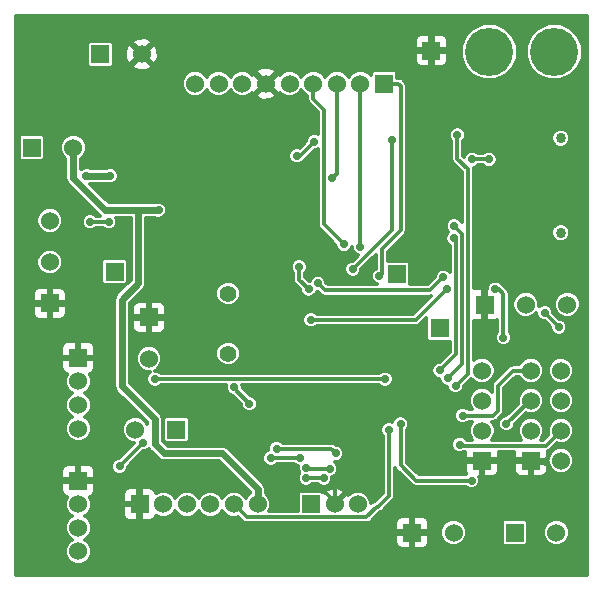
<source format=gbl>
G04 (created by PCBNEW (2013-may-18)-stable) date Пт 20 фев 2015 21:26:52*
%MOIN*%
G04 Gerber Fmt 3.4, Leading zero omitted, Abs format*
%FSLAX34Y34*%
G01*
G70*
G90*
G04 APERTURE LIST*
%ADD10C,0.00590551*%
%ADD11R,0.06X0.06*%
%ADD12C,0.06*%
%ADD13C,0.034*%
%ADD14C,0.056*%
%ADD15C,0.16*%
%ADD16C,0.0275591*%
%ADD17C,0.011811*%
%ADD18C,0.023622*%
G04 APERTURE END LIST*
G54D10*
G54D11*
X26299Y-30433D03*
G54D12*
X26299Y-29055D03*
X26299Y-27677D03*
G54D11*
X40787Y-30472D03*
G54D12*
X42165Y-30472D03*
X43543Y-30472D03*
G54D11*
X38377Y-38070D03*
G54D12*
X39755Y-38070D03*
G54D11*
X29606Y-30896D03*
G54D12*
X29606Y-32274D03*
G54D11*
X27983Y-22125D03*
G54D12*
X29361Y-22125D03*
G54D11*
X30520Y-34645D03*
G54D12*
X29142Y-34645D03*
G54D11*
X25700Y-25236D03*
G54D12*
X27077Y-25236D03*
G54D11*
X42334Y-35673D03*
G54D12*
X43334Y-35673D03*
X42334Y-34673D03*
X43334Y-34673D03*
X42334Y-33673D03*
X43334Y-33673D03*
X42334Y-32673D03*
X43334Y-32673D03*
G54D11*
X40708Y-35673D03*
G54D12*
X40708Y-34673D03*
X40708Y-33673D03*
X40708Y-32673D03*
G54D11*
X39291Y-31259D03*
X39015Y-22007D03*
X28464Y-29370D03*
X37874Y-29468D03*
X37440Y-23110D03*
G54D12*
X36653Y-23110D03*
X35866Y-23110D03*
X35078Y-23110D03*
X34291Y-23110D03*
X33503Y-23110D03*
X32716Y-23110D03*
X31929Y-23110D03*
X31141Y-23110D03*
G54D11*
X29291Y-37125D03*
G54D12*
X30078Y-37125D03*
X30866Y-37125D03*
X31653Y-37125D03*
X32440Y-37125D03*
X33228Y-37125D03*
G54D11*
X27244Y-32244D03*
G54D12*
X27244Y-33031D03*
X27244Y-33818D03*
X27244Y-34606D03*
G54D11*
X35000Y-37125D03*
G54D12*
X35787Y-37125D03*
X36574Y-37125D03*
G54D13*
X43332Y-28072D03*
X43332Y-24922D03*
G54D14*
X32244Y-32102D03*
X32244Y-30102D03*
G54D11*
X41802Y-38070D03*
G54D12*
X43180Y-38070D03*
G54D11*
X27244Y-36338D03*
G54D12*
X27244Y-37125D03*
X27244Y-37913D03*
X27244Y-38700D03*
G54D15*
X43110Y-22047D03*
X40944Y-22047D03*
G54D16*
X29409Y-35078D03*
X28622Y-35866D03*
X40354Y-36338D03*
X37992Y-34448D03*
X35118Y-25039D03*
X34527Y-25511D03*
X29921Y-27322D03*
X27519Y-26181D03*
X28307Y-26181D03*
X32480Y-37893D03*
X40354Y-24114D03*
X35039Y-33366D03*
X35137Y-31692D03*
X31496Y-34566D03*
X30629Y-33543D03*
X29606Y-21181D03*
X30354Y-22125D03*
X38031Y-38937D03*
X39448Y-35472D03*
X34173Y-28937D03*
X34606Y-27086D03*
X31338Y-26181D03*
X31141Y-27007D03*
X34055Y-25000D03*
X33543Y-30354D03*
X31023Y-31141D03*
X39803Y-27244D03*
X39291Y-35039D03*
X34409Y-34133D03*
X36850Y-34055D03*
X37440Y-31574D03*
X39409Y-29566D03*
X35236Y-29763D03*
X42795Y-30748D03*
X43267Y-31220D03*
X37283Y-29527D03*
X36102Y-28464D03*
X35708Y-26259D03*
X32440Y-33228D03*
X32952Y-33779D03*
X39881Y-24812D03*
X39822Y-33179D03*
X40374Y-25629D03*
X40944Y-25629D03*
X37480Y-32952D03*
X29803Y-32952D03*
X33661Y-35590D03*
X34645Y-35590D03*
X33858Y-35275D03*
X35826Y-35433D03*
X35629Y-35944D03*
X34842Y-35905D03*
X35433Y-36259D03*
X34842Y-36259D03*
X34921Y-29960D03*
X34606Y-29212D03*
X27637Y-27716D03*
X28267Y-27716D03*
X36653Y-28543D03*
X39763Y-28267D03*
X39301Y-32667D03*
X39960Y-35137D03*
X39773Y-27844D03*
X39566Y-32923D03*
X37696Y-25000D03*
X36397Y-29291D03*
X37598Y-34645D03*
X40059Y-34173D03*
X41515Y-34448D03*
X39527Y-29960D03*
X35000Y-30984D03*
X41141Y-29960D03*
X41417Y-31574D03*
G54D17*
X29409Y-35078D02*
X28622Y-35866D01*
X28622Y-35866D02*
X28661Y-35826D01*
X38503Y-36338D02*
X40354Y-36338D01*
X37992Y-35826D02*
X38503Y-36338D01*
X37992Y-34448D02*
X37992Y-35826D01*
X34645Y-25511D02*
X34527Y-25511D01*
X35118Y-25039D02*
X34645Y-25511D01*
G54D18*
X33228Y-37125D02*
X33228Y-36614D01*
X29251Y-29763D02*
X29251Y-27322D01*
X28700Y-30314D02*
X29251Y-29763D01*
X28700Y-33188D02*
X28700Y-30314D01*
X29803Y-34291D02*
X28700Y-33188D01*
X29803Y-35118D02*
X29803Y-34291D01*
X30118Y-35433D02*
X29803Y-35118D01*
X32047Y-35433D02*
X30118Y-35433D01*
X33228Y-36614D02*
X32047Y-35433D01*
X27077Y-25236D02*
X27077Y-26251D01*
X27077Y-26251D02*
X28149Y-27322D01*
X28149Y-27322D02*
X29251Y-27322D01*
X29251Y-27322D02*
X29921Y-27322D01*
X28307Y-26181D02*
X27519Y-26181D01*
X42334Y-35673D02*
X42759Y-35673D01*
X42759Y-35673D02*
X42814Y-35728D01*
G54D17*
X35787Y-37125D02*
X35787Y-36535D01*
X35787Y-37125D02*
X35787Y-37047D01*
X35787Y-37047D02*
X35433Y-36692D01*
X39409Y-29566D02*
X38976Y-30000D01*
X38976Y-30000D02*
X35472Y-30000D01*
X35472Y-30000D02*
X35236Y-29763D01*
X43267Y-31220D02*
X42795Y-30748D01*
X37992Y-23661D02*
X37992Y-23188D01*
X37283Y-29527D02*
X37362Y-29448D01*
X37362Y-29448D02*
X37362Y-28622D01*
X37362Y-28622D02*
X37992Y-27992D01*
X37992Y-27992D02*
X37992Y-23661D01*
X37913Y-23110D02*
X37440Y-23110D01*
X37992Y-23188D02*
X37913Y-23110D01*
X35078Y-23622D02*
X35078Y-23110D01*
X35433Y-23976D02*
X35078Y-23622D01*
X35433Y-27795D02*
X35433Y-23976D01*
X36102Y-28464D02*
X35433Y-27795D01*
X35866Y-26102D02*
X35866Y-23110D01*
X35708Y-26259D02*
X35866Y-26102D01*
X32440Y-33267D02*
X32440Y-33228D01*
X32952Y-33779D02*
X32440Y-33267D01*
X39881Y-25610D02*
X39881Y-24812D01*
X40228Y-25956D02*
X39881Y-25610D01*
X40228Y-32773D02*
X40228Y-25956D01*
X39822Y-33179D02*
X40228Y-32773D01*
X40944Y-25629D02*
X40374Y-25629D01*
X37480Y-32952D02*
X29803Y-32952D01*
X34645Y-35590D02*
X33661Y-35590D01*
X33858Y-35275D02*
X35669Y-35275D01*
X35826Y-35433D02*
X35669Y-35275D01*
X34881Y-35944D02*
X35629Y-35944D01*
X34842Y-35905D02*
X34881Y-35944D01*
X34842Y-36259D02*
X35433Y-36259D01*
X34921Y-29960D02*
X34606Y-29645D01*
X34606Y-29645D02*
X34606Y-29212D01*
X28267Y-27716D02*
X27637Y-27716D01*
X36653Y-28543D02*
X36653Y-23110D01*
X39832Y-28336D02*
X39763Y-28267D01*
X39832Y-32135D02*
X39832Y-28336D01*
X39301Y-32667D02*
X39832Y-32135D01*
X42830Y-35177D02*
X43334Y-34673D01*
X40000Y-35177D02*
X42830Y-35177D01*
X39960Y-35137D02*
X40000Y-35177D01*
X40039Y-28110D02*
X39773Y-27844D01*
X40039Y-32450D02*
X40039Y-28110D01*
X39566Y-32923D02*
X40039Y-32450D01*
X37696Y-27992D02*
X37696Y-25000D01*
X36397Y-29291D02*
X37696Y-27992D01*
X37204Y-37204D02*
X36850Y-37559D01*
X36850Y-37559D02*
X32874Y-37559D01*
X32874Y-37559D02*
X32440Y-37125D01*
X37244Y-37204D02*
X37204Y-37204D01*
X37598Y-36850D02*
X37244Y-37204D01*
X37598Y-36771D02*
X37598Y-36850D01*
X37598Y-36732D02*
X37598Y-36771D01*
X37598Y-35984D02*
X37598Y-36732D01*
X37598Y-34645D02*
X37598Y-35984D01*
X41736Y-32673D02*
X42334Y-32673D01*
X41240Y-33169D02*
X41736Y-32673D01*
X41240Y-34015D02*
X41240Y-33169D01*
X41082Y-34173D02*
X41240Y-34015D01*
X40059Y-34173D02*
X41082Y-34173D01*
X42291Y-33673D02*
X42334Y-33673D01*
X41515Y-34448D02*
X42291Y-33673D01*
X39527Y-29960D02*
X38503Y-30984D01*
X38503Y-30984D02*
X35000Y-30984D01*
X41259Y-29960D02*
X41141Y-29960D01*
X41417Y-30118D02*
X41259Y-29960D01*
X41417Y-30275D02*
X41417Y-30118D01*
X41417Y-31574D02*
X41417Y-30275D01*
G54D10*
G36*
X44214Y-39490D02*
X44056Y-39490D01*
X44056Y-21859D01*
X43912Y-21512D01*
X43646Y-21246D01*
X43299Y-21101D01*
X42922Y-21101D01*
X42575Y-21245D01*
X42309Y-21510D01*
X42164Y-21858D01*
X42164Y-22234D01*
X42308Y-22582D01*
X42573Y-22848D01*
X42921Y-22992D01*
X43297Y-22993D01*
X43645Y-22849D01*
X43911Y-22583D01*
X44055Y-22236D01*
X44056Y-21859D01*
X44056Y-39490D01*
X43989Y-39490D01*
X43989Y-30384D01*
X43921Y-30220D01*
X43796Y-30094D01*
X43648Y-30033D01*
X43648Y-28009D01*
X43648Y-24859D01*
X43600Y-24743D01*
X43511Y-24654D01*
X43395Y-24606D01*
X43270Y-24606D01*
X43154Y-24654D01*
X43065Y-24743D01*
X43017Y-24858D01*
X43017Y-24984D01*
X43065Y-25100D01*
X43153Y-25189D01*
X43269Y-25237D01*
X43395Y-25237D01*
X43511Y-25189D01*
X43600Y-25101D01*
X43648Y-24985D01*
X43648Y-24859D01*
X43648Y-28009D01*
X43600Y-27893D01*
X43511Y-27804D01*
X43395Y-27756D01*
X43270Y-27756D01*
X43154Y-27804D01*
X43065Y-27893D01*
X43017Y-28008D01*
X43017Y-28134D01*
X43065Y-28250D01*
X43153Y-28339D01*
X43269Y-28387D01*
X43395Y-28387D01*
X43511Y-28339D01*
X43600Y-28251D01*
X43648Y-28135D01*
X43648Y-28009D01*
X43648Y-30033D01*
X43632Y-30026D01*
X43455Y-30026D01*
X43291Y-30094D01*
X43165Y-30219D01*
X43097Y-30383D01*
X43097Y-30560D01*
X43165Y-30724D01*
X43290Y-30850D01*
X43454Y-30918D01*
X43631Y-30918D01*
X43795Y-30850D01*
X43920Y-30725D01*
X43988Y-30561D01*
X43989Y-30384D01*
X43989Y-39490D01*
X43780Y-39490D01*
X43780Y-35584D01*
X43712Y-35421D01*
X43587Y-35295D01*
X43423Y-35227D01*
X43246Y-35227D01*
X43082Y-35295D01*
X42957Y-35420D01*
X42889Y-35584D01*
X42889Y-35632D01*
X42828Y-35632D01*
X42893Y-35567D01*
X42893Y-35369D01*
X42909Y-35366D01*
X42975Y-35321D01*
X43198Y-35099D01*
X43245Y-35118D01*
X43422Y-35118D01*
X43586Y-35051D01*
X43712Y-34926D01*
X43780Y-34762D01*
X43780Y-34584D01*
X43780Y-33584D01*
X43780Y-32584D01*
X43712Y-32421D01*
X43587Y-32295D01*
X43551Y-32280D01*
X43551Y-31164D01*
X43508Y-31060D01*
X43428Y-30980D01*
X43324Y-30937D01*
X43273Y-30937D01*
X43078Y-30741D01*
X43078Y-30691D01*
X43035Y-30587D01*
X42956Y-30507D01*
X42851Y-30464D01*
X42739Y-30464D01*
X42634Y-30507D01*
X42610Y-30531D01*
X42611Y-30384D01*
X42543Y-30220D01*
X42418Y-30094D01*
X42254Y-30026D01*
X42077Y-30026D01*
X41913Y-30094D01*
X41890Y-30116D01*
X41890Y-21859D01*
X41747Y-21512D01*
X41481Y-21246D01*
X41133Y-21101D01*
X40757Y-21101D01*
X40409Y-21245D01*
X40143Y-21510D01*
X39999Y-21858D01*
X39999Y-22234D01*
X40142Y-22582D01*
X40408Y-22848D01*
X40755Y-22992D01*
X41132Y-22993D01*
X41479Y-22849D01*
X41746Y-22583D01*
X41890Y-22236D01*
X41890Y-21859D01*
X41890Y-30116D01*
X41787Y-30219D01*
X41719Y-30383D01*
X41719Y-30560D01*
X41787Y-30724D01*
X41912Y-30850D01*
X42076Y-30918D01*
X42253Y-30918D01*
X42417Y-30850D01*
X42511Y-30756D01*
X42511Y-30804D01*
X42554Y-30908D01*
X42634Y-30988D01*
X42738Y-31031D01*
X42789Y-31031D01*
X42984Y-31226D01*
X42984Y-31276D01*
X43027Y-31380D01*
X43106Y-31460D01*
X43211Y-31503D01*
X43323Y-31503D01*
X43428Y-31460D01*
X43507Y-31381D01*
X43551Y-31277D01*
X43551Y-31164D01*
X43551Y-32280D01*
X43423Y-32227D01*
X43246Y-32227D01*
X43082Y-32295D01*
X42957Y-32420D01*
X42889Y-32584D01*
X42888Y-32761D01*
X42956Y-32925D01*
X43081Y-33050D01*
X43245Y-33118D01*
X43422Y-33118D01*
X43586Y-33051D01*
X43712Y-32926D01*
X43780Y-32762D01*
X43780Y-32584D01*
X43780Y-33584D01*
X43712Y-33421D01*
X43587Y-33295D01*
X43423Y-33227D01*
X43246Y-33227D01*
X43082Y-33295D01*
X42957Y-33420D01*
X42889Y-33584D01*
X42888Y-33761D01*
X42956Y-33925D01*
X43081Y-34050D01*
X43245Y-34118D01*
X43422Y-34118D01*
X43586Y-34051D01*
X43712Y-33926D01*
X43780Y-33762D01*
X43780Y-33584D01*
X43780Y-34584D01*
X43712Y-34421D01*
X43587Y-34295D01*
X43423Y-34227D01*
X43246Y-34227D01*
X43082Y-34295D01*
X42957Y-34420D01*
X42889Y-34584D01*
X42888Y-34761D01*
X42908Y-34809D01*
X42745Y-34972D01*
X42665Y-34972D01*
X42712Y-34926D01*
X42780Y-34762D01*
X42780Y-34584D01*
X42780Y-33584D01*
X42712Y-33421D01*
X42587Y-33295D01*
X42423Y-33227D01*
X42246Y-33227D01*
X42082Y-33295D01*
X41957Y-33420D01*
X41889Y-33584D01*
X41888Y-33761D01*
X41896Y-33778D01*
X41509Y-34165D01*
X41459Y-34165D01*
X41355Y-34208D01*
X41275Y-34288D01*
X41232Y-34392D01*
X41232Y-34504D01*
X41275Y-34609D01*
X41354Y-34688D01*
X41459Y-34732D01*
X41571Y-34732D01*
X41676Y-34689D01*
X41755Y-34609D01*
X41799Y-34505D01*
X41799Y-34454D01*
X42167Y-34086D01*
X42245Y-34118D01*
X42422Y-34118D01*
X42586Y-34051D01*
X42712Y-33926D01*
X42780Y-33762D01*
X42780Y-33584D01*
X42780Y-34584D01*
X42712Y-34421D01*
X42587Y-34295D01*
X42423Y-34227D01*
X42246Y-34227D01*
X42082Y-34295D01*
X41957Y-34420D01*
X41889Y-34584D01*
X41888Y-34761D01*
X41956Y-34925D01*
X42003Y-34972D01*
X41039Y-34972D01*
X41086Y-34926D01*
X41154Y-34762D01*
X41154Y-34584D01*
X41086Y-34421D01*
X41043Y-34377D01*
X41082Y-34377D01*
X41082Y-34377D01*
X41082Y-34377D01*
X41161Y-34362D01*
X41227Y-34317D01*
X41384Y-34160D01*
X41384Y-34160D01*
X41384Y-34160D01*
X41411Y-34120D01*
X41429Y-34094D01*
X41429Y-34094D01*
X41444Y-34015D01*
X41444Y-33254D01*
X41821Y-32877D01*
X41937Y-32877D01*
X41956Y-32925D01*
X42081Y-33050D01*
X42245Y-33118D01*
X42422Y-33118D01*
X42586Y-33051D01*
X42712Y-32926D01*
X42780Y-32762D01*
X42780Y-32584D01*
X42712Y-32421D01*
X42587Y-32295D01*
X42423Y-32227D01*
X42246Y-32227D01*
X42082Y-32295D01*
X41957Y-32420D01*
X41937Y-32468D01*
X41736Y-32468D01*
X41736Y-32468D01*
X41700Y-32475D01*
X41700Y-31518D01*
X41657Y-31414D01*
X41622Y-31378D01*
X41622Y-30275D01*
X41622Y-30118D01*
X41606Y-30039D01*
X41606Y-30039D01*
X41588Y-30013D01*
X41562Y-29973D01*
X41562Y-29973D01*
X41404Y-29815D01*
X41382Y-29801D01*
X41382Y-29800D01*
X41302Y-29720D01*
X41228Y-29689D01*
X41228Y-25573D01*
X41185Y-25469D01*
X41105Y-25389D01*
X41001Y-25346D01*
X40888Y-25346D01*
X40784Y-25389D01*
X40748Y-25425D01*
X40570Y-25425D01*
X40534Y-25389D01*
X40430Y-25346D01*
X40317Y-25346D01*
X40213Y-25389D01*
X40133Y-25469D01*
X40103Y-25542D01*
X40086Y-25525D01*
X40086Y-25009D01*
X40122Y-24973D01*
X40165Y-24869D01*
X40165Y-24756D01*
X40122Y-24652D01*
X40042Y-24572D01*
X39938Y-24529D01*
X39825Y-24529D01*
X39721Y-24572D01*
X39641Y-24652D01*
X39598Y-24756D01*
X39598Y-24869D01*
X39641Y-24973D01*
X39677Y-25009D01*
X39677Y-25610D01*
X39677Y-25610D01*
X39692Y-25688D01*
X39737Y-25754D01*
X40023Y-26041D01*
X40023Y-27707D01*
X40014Y-27684D01*
X39934Y-27604D01*
X39830Y-27561D01*
X39717Y-27560D01*
X39613Y-27604D01*
X39574Y-27642D01*
X39574Y-22256D01*
X39574Y-21759D01*
X39574Y-21656D01*
X39535Y-21560D01*
X39462Y-21488D01*
X39367Y-21448D01*
X39121Y-21448D01*
X39056Y-21513D01*
X39056Y-21966D01*
X39510Y-21966D01*
X39574Y-21902D01*
X39574Y-21759D01*
X39574Y-22256D01*
X39574Y-22113D01*
X39510Y-22048D01*
X39056Y-22048D01*
X39056Y-22502D01*
X39121Y-22566D01*
X39367Y-22566D01*
X39462Y-22527D01*
X39535Y-22454D01*
X39574Y-22359D01*
X39574Y-22256D01*
X39574Y-27642D01*
X39533Y-27683D01*
X39490Y-27787D01*
X39490Y-27900D01*
X39533Y-28004D01*
X39579Y-28051D01*
X39523Y-28106D01*
X39480Y-28211D01*
X39480Y-28323D01*
X39523Y-28428D01*
X39603Y-28507D01*
X39627Y-28518D01*
X39627Y-29384D01*
X39570Y-29326D01*
X39466Y-29283D01*
X39353Y-29283D01*
X39249Y-29326D01*
X39169Y-29406D01*
X39126Y-29510D01*
X39125Y-29560D01*
X38974Y-29712D01*
X38974Y-22502D01*
X38974Y-22048D01*
X38974Y-21966D01*
X38974Y-21513D01*
X38910Y-21448D01*
X38664Y-21448D01*
X38569Y-21488D01*
X38496Y-21560D01*
X38456Y-21656D01*
X38456Y-21759D01*
X38456Y-21902D01*
X38521Y-21966D01*
X38974Y-21966D01*
X38974Y-22048D01*
X38521Y-22048D01*
X38456Y-22113D01*
X38456Y-22256D01*
X38456Y-22359D01*
X38496Y-22454D01*
X38569Y-22527D01*
X38664Y-22566D01*
X38910Y-22566D01*
X38974Y-22502D01*
X38974Y-29712D01*
X38891Y-29795D01*
X38319Y-29795D01*
X38319Y-29739D01*
X38319Y-29139D01*
X38297Y-29086D01*
X38256Y-29045D01*
X38203Y-29022D01*
X38145Y-29022D01*
X37566Y-29022D01*
X37566Y-28706D01*
X38136Y-28136D01*
X38136Y-28136D01*
X38136Y-28136D01*
X38181Y-28070D01*
X38181Y-28070D01*
X38196Y-27992D01*
X38196Y-23661D01*
X38196Y-23188D01*
X38196Y-23188D01*
X38196Y-23188D01*
X38193Y-23173D01*
X38181Y-23110D01*
X38181Y-23110D01*
X38136Y-23044D01*
X38136Y-23044D01*
X38058Y-22965D01*
X37991Y-22921D01*
X37913Y-22905D01*
X37913Y-22905D01*
X37886Y-22905D01*
X37886Y-22781D01*
X37864Y-22727D01*
X37823Y-22686D01*
X37770Y-22664D01*
X37712Y-22664D01*
X37112Y-22664D01*
X37058Y-22686D01*
X37017Y-22727D01*
X36995Y-22781D01*
X36995Y-22821D01*
X36906Y-22732D01*
X36742Y-22664D01*
X36565Y-22664D01*
X36401Y-22732D01*
X36275Y-22857D01*
X36259Y-22896D01*
X36244Y-22858D01*
X36118Y-22732D01*
X35955Y-22664D01*
X35777Y-22664D01*
X35614Y-22732D01*
X35488Y-22857D01*
X35472Y-22896D01*
X35456Y-22858D01*
X35331Y-22732D01*
X35167Y-22664D01*
X34990Y-22664D01*
X34826Y-22732D01*
X34701Y-22857D01*
X34685Y-22896D01*
X34669Y-22858D01*
X34544Y-22732D01*
X34380Y-22664D01*
X34203Y-22664D01*
X34039Y-22732D01*
X33967Y-22803D01*
X33888Y-22783D01*
X33831Y-22841D01*
X33831Y-22725D01*
X33804Y-22626D01*
X33596Y-22547D01*
X33374Y-22555D01*
X33202Y-22626D01*
X33176Y-22725D01*
X33503Y-23052D01*
X33831Y-22725D01*
X33831Y-22841D01*
X33561Y-23110D01*
X33888Y-23437D01*
X33967Y-23416D01*
X34038Y-23487D01*
X34202Y-23555D01*
X34379Y-23555D01*
X34543Y-23488D01*
X34668Y-23363D01*
X34684Y-23324D01*
X34700Y-23362D01*
X34825Y-23487D01*
X34874Y-23507D01*
X34874Y-23622D01*
X34874Y-23622D01*
X34889Y-23700D01*
X34933Y-23766D01*
X35228Y-24061D01*
X35228Y-24778D01*
X35174Y-24755D01*
X35061Y-24755D01*
X34957Y-24798D01*
X34877Y-24878D01*
X34834Y-24982D01*
X34834Y-25033D01*
X34623Y-25244D01*
X34584Y-25228D01*
X34471Y-25228D01*
X34367Y-25271D01*
X34287Y-25351D01*
X34244Y-25455D01*
X34244Y-25567D01*
X34287Y-25672D01*
X34366Y-25751D01*
X34470Y-25795D01*
X34583Y-25795D01*
X34687Y-25752D01*
X34767Y-25672D01*
X34768Y-25671D01*
X34790Y-25656D01*
X35124Y-25322D01*
X35174Y-25322D01*
X35228Y-25300D01*
X35228Y-27795D01*
X35228Y-27795D01*
X35243Y-27873D01*
X35288Y-27940D01*
X35818Y-28470D01*
X35818Y-28520D01*
X35861Y-28624D01*
X35941Y-28704D01*
X36045Y-28747D01*
X36158Y-28748D01*
X36262Y-28705D01*
X36342Y-28625D01*
X36370Y-28559D01*
X36370Y-28599D01*
X36413Y-28703D01*
X36492Y-28783D01*
X36579Y-28819D01*
X36391Y-29007D01*
X36341Y-29007D01*
X36237Y-29050D01*
X36157Y-29130D01*
X36114Y-29234D01*
X36114Y-29347D01*
X36157Y-29451D01*
X36236Y-29531D01*
X36341Y-29574D01*
X36453Y-29574D01*
X36557Y-29531D01*
X36637Y-29452D01*
X36681Y-29347D01*
X36681Y-29297D01*
X37157Y-28821D01*
X37157Y-29272D01*
X37123Y-29287D01*
X37043Y-29366D01*
X37000Y-29470D01*
X36999Y-29583D01*
X37043Y-29687D01*
X37122Y-29767D01*
X37189Y-29795D01*
X35557Y-29795D01*
X35519Y-29757D01*
X35519Y-29707D01*
X35476Y-29603D01*
X35397Y-29523D01*
X35292Y-29480D01*
X35180Y-29480D01*
X35075Y-29523D01*
X34996Y-29603D01*
X34965Y-29677D01*
X34927Y-29677D01*
X34811Y-29560D01*
X34811Y-29408D01*
X34846Y-29373D01*
X34889Y-29269D01*
X34889Y-29156D01*
X34846Y-29052D01*
X34767Y-28972D01*
X34662Y-28929D01*
X34550Y-28929D01*
X34445Y-28972D01*
X34366Y-29051D01*
X34322Y-29155D01*
X34322Y-29268D01*
X34365Y-29372D01*
X34401Y-29408D01*
X34401Y-29645D01*
X34401Y-29645D01*
X34417Y-29724D01*
X34461Y-29790D01*
X34637Y-29966D01*
X34637Y-30016D01*
X34680Y-30120D01*
X34760Y-30200D01*
X34864Y-30244D01*
X34977Y-30244D01*
X35081Y-30201D01*
X35161Y-30121D01*
X35192Y-30047D01*
X35230Y-30047D01*
X35327Y-30144D01*
X35327Y-30144D01*
X35367Y-30171D01*
X35394Y-30189D01*
X35394Y-30189D01*
X35472Y-30204D01*
X35472Y-30204D01*
X35472Y-30204D01*
X38976Y-30204D01*
X38976Y-30204D01*
X38976Y-30204D01*
X38998Y-30200D01*
X38419Y-30779D01*
X35196Y-30779D01*
X35160Y-30744D01*
X35056Y-30700D01*
X34943Y-30700D01*
X34839Y-30743D01*
X34759Y-30823D01*
X34716Y-30927D01*
X34716Y-31040D01*
X34759Y-31144D01*
X34839Y-31224D01*
X34943Y-31267D01*
X35056Y-31267D01*
X35160Y-31224D01*
X35196Y-31188D01*
X38503Y-31188D01*
X38503Y-31188D01*
X38503Y-31188D01*
X38582Y-31173D01*
X38648Y-31129D01*
X38845Y-30932D01*
X38845Y-30988D01*
X38845Y-31588D01*
X38867Y-31642D01*
X38908Y-31683D01*
X38962Y-31705D01*
X39020Y-31705D01*
X39620Y-31705D01*
X39627Y-31702D01*
X39627Y-32051D01*
X39295Y-32383D01*
X39245Y-32383D01*
X39140Y-32426D01*
X39061Y-32506D01*
X39017Y-32610D01*
X39017Y-32723D01*
X39060Y-32827D01*
X39140Y-32907D01*
X39244Y-32950D01*
X39283Y-32950D01*
X39283Y-32979D01*
X39326Y-33083D01*
X39406Y-33163D01*
X39510Y-33206D01*
X39539Y-33206D01*
X39539Y-33235D01*
X39582Y-33339D01*
X39662Y-33419D01*
X39766Y-33462D01*
X39878Y-33462D01*
X39983Y-33419D01*
X40063Y-33339D01*
X40106Y-33235D01*
X40106Y-33185D01*
X40348Y-32943D01*
X40455Y-33050D01*
X40619Y-33118D01*
X40796Y-33118D01*
X40960Y-33051D01*
X41086Y-32926D01*
X41154Y-32762D01*
X41154Y-32584D01*
X41086Y-32421D01*
X40961Y-32295D01*
X40797Y-32227D01*
X40620Y-32227D01*
X40456Y-32295D01*
X40433Y-32318D01*
X40433Y-31030D01*
X40436Y-31031D01*
X40681Y-31031D01*
X40746Y-30966D01*
X40746Y-30513D01*
X40738Y-30513D01*
X40738Y-30431D01*
X40746Y-30431D01*
X40746Y-29978D01*
X40681Y-29913D01*
X40436Y-29913D01*
X40433Y-29914D01*
X40433Y-25956D01*
X40433Y-25956D01*
X40433Y-25956D01*
X40429Y-25941D01*
X40424Y-25913D01*
X40430Y-25913D01*
X40534Y-25870D01*
X40570Y-25834D01*
X40748Y-25834D01*
X40784Y-25870D01*
X40888Y-25913D01*
X41001Y-25913D01*
X41105Y-25870D01*
X41185Y-25790D01*
X41228Y-25686D01*
X41228Y-25573D01*
X41228Y-29689D01*
X41198Y-29677D01*
X41085Y-29677D01*
X40981Y-29720D01*
X40901Y-29799D01*
X40858Y-29903D01*
X40858Y-29948D01*
X40828Y-29978D01*
X40828Y-30431D01*
X40836Y-30431D01*
X40836Y-30513D01*
X40828Y-30513D01*
X40828Y-30966D01*
X40893Y-31031D01*
X41138Y-31031D01*
X41212Y-31001D01*
X41212Y-31378D01*
X41177Y-31414D01*
X41133Y-31518D01*
X41133Y-31630D01*
X41176Y-31735D01*
X41256Y-31814D01*
X41360Y-31858D01*
X41473Y-31858D01*
X41577Y-31815D01*
X41657Y-31735D01*
X41700Y-31631D01*
X41700Y-31518D01*
X41700Y-32475D01*
X41657Y-32484D01*
X41591Y-32528D01*
X41591Y-32528D01*
X41095Y-33024D01*
X41051Y-33090D01*
X41035Y-33169D01*
X41035Y-33169D01*
X41035Y-33369D01*
X40961Y-33295D01*
X40797Y-33227D01*
X40620Y-33227D01*
X40456Y-33295D01*
X40331Y-33420D01*
X40263Y-33584D01*
X40262Y-33761D01*
X40330Y-33925D01*
X40373Y-33968D01*
X40255Y-33968D01*
X40219Y-33933D01*
X40115Y-33889D01*
X40002Y-33889D01*
X39898Y-33932D01*
X39818Y-34012D01*
X39775Y-34116D01*
X39775Y-34229D01*
X39818Y-34333D01*
X39898Y-34413D01*
X40002Y-34456D01*
X40115Y-34456D01*
X40219Y-34413D01*
X40255Y-34377D01*
X40373Y-34377D01*
X40331Y-34420D01*
X40263Y-34584D01*
X40262Y-34761D01*
X40330Y-34925D01*
X40377Y-34972D01*
X40196Y-34972D01*
X40121Y-34897D01*
X40017Y-34854D01*
X39904Y-34854D01*
X39800Y-34897D01*
X39720Y-34977D01*
X39677Y-35081D01*
X39677Y-35193D01*
X39720Y-35298D01*
X39799Y-35377D01*
X39903Y-35421D01*
X40016Y-35421D01*
X40112Y-35381D01*
X40149Y-35381D01*
X40149Y-35567D01*
X40214Y-35632D01*
X40667Y-35632D01*
X40667Y-35624D01*
X40749Y-35624D01*
X40749Y-35632D01*
X41202Y-35632D01*
X41267Y-35567D01*
X41267Y-35381D01*
X41775Y-35381D01*
X41775Y-35567D01*
X41840Y-35632D01*
X42293Y-35632D01*
X42293Y-35624D01*
X42375Y-35624D01*
X42375Y-35632D01*
X42383Y-35632D01*
X42383Y-35714D01*
X42375Y-35714D01*
X42375Y-36167D01*
X42440Y-36232D01*
X42583Y-36232D01*
X42686Y-36232D01*
X42781Y-36192D01*
X42854Y-36119D01*
X42893Y-36024D01*
X42893Y-35778D01*
X42828Y-35714D01*
X42888Y-35714D01*
X42888Y-35761D01*
X42956Y-35925D01*
X43081Y-36050D01*
X43245Y-36118D01*
X43422Y-36118D01*
X43586Y-36051D01*
X43712Y-35926D01*
X43780Y-35762D01*
X43780Y-35584D01*
X43780Y-39490D01*
X43626Y-39490D01*
X43626Y-37982D01*
X43558Y-37818D01*
X43433Y-37693D01*
X43269Y-37625D01*
X43092Y-37625D01*
X42928Y-37692D01*
X42893Y-37727D01*
X42802Y-37818D01*
X42734Y-37981D01*
X42734Y-38159D01*
X42802Y-38322D01*
X42927Y-38448D01*
X43091Y-38516D01*
X43268Y-38516D01*
X43432Y-38448D01*
X43557Y-38323D01*
X43625Y-38159D01*
X43626Y-37982D01*
X43626Y-39490D01*
X42293Y-39490D01*
X42293Y-36167D01*
X42293Y-35714D01*
X41840Y-35714D01*
X41775Y-35778D01*
X41775Y-36024D01*
X41814Y-36119D01*
X41887Y-36192D01*
X41982Y-36232D01*
X42085Y-36232D01*
X42228Y-36232D01*
X42293Y-36167D01*
X42293Y-39490D01*
X42248Y-39490D01*
X42248Y-38342D01*
X42248Y-37742D01*
X42225Y-37688D01*
X42184Y-37647D01*
X42131Y-37625D01*
X42073Y-37625D01*
X41473Y-37625D01*
X41419Y-37647D01*
X41378Y-37688D01*
X41356Y-37741D01*
X41356Y-37799D01*
X41356Y-38399D01*
X41378Y-38453D01*
X41419Y-38494D01*
X41473Y-38516D01*
X41531Y-38516D01*
X42131Y-38516D01*
X42184Y-38494D01*
X42225Y-38453D01*
X42248Y-38399D01*
X42248Y-38342D01*
X42248Y-39490D01*
X41267Y-39490D01*
X41267Y-36024D01*
X41267Y-35778D01*
X41202Y-35714D01*
X40749Y-35714D01*
X40749Y-36167D01*
X40814Y-36232D01*
X40957Y-36232D01*
X41060Y-36232D01*
X41155Y-36192D01*
X41228Y-36119D01*
X41267Y-36024D01*
X41267Y-39490D01*
X40667Y-39490D01*
X40667Y-36167D01*
X40667Y-35714D01*
X40214Y-35714D01*
X40149Y-35778D01*
X40149Y-36024D01*
X40184Y-36108D01*
X40158Y-36133D01*
X38588Y-36133D01*
X38196Y-35741D01*
X38196Y-34644D01*
X38232Y-34609D01*
X38275Y-34505D01*
X38275Y-34392D01*
X38232Y-34288D01*
X38152Y-34208D01*
X38048Y-34165D01*
X37935Y-34165D01*
X37831Y-34208D01*
X37763Y-34276D01*
X37763Y-32896D01*
X37720Y-32792D01*
X37641Y-32712D01*
X37536Y-32669D01*
X37424Y-32669D01*
X37319Y-32712D01*
X37284Y-32748D01*
X33831Y-32748D01*
X33831Y-23495D01*
X33503Y-23168D01*
X33446Y-23226D01*
X33446Y-23110D01*
X33118Y-22783D01*
X33040Y-22803D01*
X32969Y-22732D01*
X32805Y-22664D01*
X32628Y-22664D01*
X32464Y-22732D01*
X32338Y-22857D01*
X32322Y-22896D01*
X32307Y-22858D01*
X32181Y-22732D01*
X32018Y-22664D01*
X31840Y-22664D01*
X31677Y-22732D01*
X31551Y-22857D01*
X31535Y-22896D01*
X31519Y-22858D01*
X31394Y-22732D01*
X31230Y-22664D01*
X31053Y-22664D01*
X30889Y-22732D01*
X30764Y-22857D01*
X30696Y-23021D01*
X30695Y-23198D01*
X30763Y-23362D01*
X30888Y-23487D01*
X31052Y-23555D01*
X31229Y-23555D01*
X31393Y-23488D01*
X31519Y-23363D01*
X31535Y-23324D01*
X31551Y-23362D01*
X31676Y-23487D01*
X31840Y-23555D01*
X32017Y-23555D01*
X32181Y-23488D01*
X32306Y-23363D01*
X32322Y-23324D01*
X32338Y-23362D01*
X32463Y-23487D01*
X32627Y-23555D01*
X32804Y-23555D01*
X32968Y-23488D01*
X33040Y-23416D01*
X33118Y-23437D01*
X33446Y-23110D01*
X33446Y-23226D01*
X33176Y-23495D01*
X33202Y-23594D01*
X33411Y-23672D01*
X33633Y-23665D01*
X33804Y-23594D01*
X33831Y-23495D01*
X33831Y-32748D01*
X32669Y-32748D01*
X32669Y-32018D01*
X32669Y-30018D01*
X32605Y-29861D01*
X32485Y-29741D01*
X32329Y-29676D01*
X32159Y-29676D01*
X32003Y-29741D01*
X31883Y-29860D01*
X31818Y-30017D01*
X31818Y-30186D01*
X31883Y-30343D01*
X32002Y-30463D01*
X32159Y-30527D01*
X32328Y-30528D01*
X32484Y-30463D01*
X32604Y-30343D01*
X32669Y-30187D01*
X32669Y-30018D01*
X32669Y-32018D01*
X32605Y-31861D01*
X32485Y-31741D01*
X32329Y-31676D01*
X32159Y-31676D01*
X32003Y-31741D01*
X31883Y-31860D01*
X31818Y-32017D01*
X31818Y-32186D01*
X31883Y-32343D01*
X32002Y-32463D01*
X32159Y-32527D01*
X32328Y-32528D01*
X32484Y-32463D01*
X32604Y-32343D01*
X32669Y-32187D01*
X32669Y-32018D01*
X32669Y-32748D01*
X30165Y-32748D01*
X30165Y-31248D01*
X30165Y-30545D01*
X30126Y-30450D01*
X30053Y-30377D01*
X29958Y-30337D01*
X29854Y-30337D01*
X29712Y-30337D01*
X29647Y-30402D01*
X29647Y-30855D01*
X30100Y-30855D01*
X30165Y-30791D01*
X30165Y-30545D01*
X30165Y-31248D01*
X30165Y-31002D01*
X30100Y-30937D01*
X29647Y-30937D01*
X29647Y-31391D01*
X29712Y-31455D01*
X29854Y-31455D01*
X29958Y-31455D01*
X30053Y-31416D01*
X30126Y-31343D01*
X30165Y-31248D01*
X30165Y-32748D01*
X29999Y-32748D01*
X29963Y-32712D01*
X29859Y-32669D01*
X29818Y-32669D01*
X29858Y-32652D01*
X29983Y-32527D01*
X30051Y-32363D01*
X30052Y-32186D01*
X29984Y-32022D01*
X29859Y-31897D01*
X29695Y-31829D01*
X29565Y-31829D01*
X29565Y-31391D01*
X29565Y-30937D01*
X29565Y-30855D01*
X29565Y-30402D01*
X29500Y-30337D01*
X29357Y-30337D01*
X29254Y-30337D01*
X29159Y-30377D01*
X29086Y-30450D01*
X29047Y-30545D01*
X29047Y-30791D01*
X29112Y-30855D01*
X29565Y-30855D01*
X29565Y-30937D01*
X29112Y-30937D01*
X29047Y-31002D01*
X29047Y-31248D01*
X29086Y-31343D01*
X29159Y-31416D01*
X29254Y-31455D01*
X29357Y-31455D01*
X29500Y-31455D01*
X29565Y-31391D01*
X29565Y-31829D01*
X29518Y-31829D01*
X29354Y-31896D01*
X29228Y-32022D01*
X29160Y-32185D01*
X29160Y-32363D01*
X29228Y-32526D01*
X29353Y-32652D01*
X29517Y-32720D01*
X29634Y-32720D01*
X29562Y-32791D01*
X29519Y-32896D01*
X29519Y-33008D01*
X29562Y-33113D01*
X29642Y-33192D01*
X29746Y-33236D01*
X29859Y-33236D01*
X29963Y-33193D01*
X29999Y-33157D01*
X32163Y-33157D01*
X32157Y-33171D01*
X32157Y-33284D01*
X32200Y-33388D01*
X32280Y-33468D01*
X32384Y-33511D01*
X32395Y-33511D01*
X32669Y-33785D01*
X32669Y-33835D01*
X32712Y-33939D01*
X32791Y-34019D01*
X32896Y-34062D01*
X33008Y-34063D01*
X33113Y-34019D01*
X33192Y-33940D01*
X33236Y-33836D01*
X33236Y-33723D01*
X33193Y-33619D01*
X33113Y-33539D01*
X33009Y-33496D01*
X32958Y-33496D01*
X32724Y-33261D01*
X32724Y-33172D01*
X32718Y-33157D01*
X37284Y-33157D01*
X37319Y-33192D01*
X37423Y-33236D01*
X37536Y-33236D01*
X37640Y-33193D01*
X37720Y-33113D01*
X37763Y-33009D01*
X37763Y-32896D01*
X37763Y-34276D01*
X37751Y-34288D01*
X37711Y-34385D01*
X37655Y-34362D01*
X37542Y-34362D01*
X37438Y-34405D01*
X37358Y-34484D01*
X37315Y-34589D01*
X37314Y-34701D01*
X37357Y-34806D01*
X37393Y-34841D01*
X37393Y-35984D01*
X37393Y-36732D01*
X37393Y-36765D01*
X37148Y-37011D01*
X37148Y-37011D01*
X37126Y-37015D01*
X37099Y-37033D01*
X37059Y-37059D01*
X37059Y-37059D01*
X37020Y-37099D01*
X37020Y-37037D01*
X36952Y-36873D01*
X36827Y-36748D01*
X36663Y-36680D01*
X36486Y-36680D01*
X36322Y-36747D01*
X36250Y-36819D01*
X36172Y-36798D01*
X36114Y-36856D01*
X35845Y-37125D01*
X35850Y-37131D01*
X35792Y-37189D01*
X35787Y-37183D01*
X35781Y-37189D01*
X35723Y-37131D01*
X35729Y-37125D01*
X35723Y-37120D01*
X35781Y-37062D01*
X35787Y-37068D01*
X36114Y-36740D01*
X36110Y-36724D01*
X36110Y-35376D01*
X36067Y-35272D01*
X35987Y-35192D01*
X35883Y-35149D01*
X35832Y-35149D01*
X35814Y-35130D01*
X35747Y-35086D01*
X35669Y-35070D01*
X35669Y-35070D01*
X34054Y-35070D01*
X34019Y-35035D01*
X33914Y-34992D01*
X33802Y-34992D01*
X33697Y-35035D01*
X33618Y-35114D01*
X33574Y-35218D01*
X33574Y-35319D01*
X33501Y-35350D01*
X33421Y-35429D01*
X33378Y-35533D01*
X33377Y-35646D01*
X33420Y-35750D01*
X33500Y-35830D01*
X33604Y-35873D01*
X33717Y-35874D01*
X33821Y-35831D01*
X33857Y-35795D01*
X34449Y-35795D01*
X34484Y-35830D01*
X34559Y-35861D01*
X34559Y-35961D01*
X34602Y-36065D01*
X34618Y-36082D01*
X34602Y-36099D01*
X34559Y-36203D01*
X34559Y-36315D01*
X34602Y-36420D01*
X34681Y-36500D01*
X34785Y-36543D01*
X34898Y-36543D01*
X35002Y-36500D01*
X35038Y-36464D01*
X35236Y-36464D01*
X35272Y-36500D01*
X35376Y-36543D01*
X35489Y-36543D01*
X35593Y-36500D01*
X35673Y-36420D01*
X35716Y-36316D01*
X35716Y-36215D01*
X35790Y-36185D01*
X35870Y-36105D01*
X35913Y-36001D01*
X35913Y-35888D01*
X35870Y-35784D01*
X35802Y-35716D01*
X35882Y-35716D01*
X35987Y-35673D01*
X36066Y-35593D01*
X36110Y-35489D01*
X36110Y-35376D01*
X36110Y-36724D01*
X36088Y-36641D01*
X35880Y-36563D01*
X35658Y-36570D01*
X35486Y-36641D01*
X35460Y-36740D01*
X35414Y-36694D01*
X35394Y-36714D01*
X35382Y-36702D01*
X35329Y-36680D01*
X35271Y-36680D01*
X34671Y-36680D01*
X34617Y-36702D01*
X34576Y-36743D01*
X34554Y-36796D01*
X34554Y-36854D01*
X34554Y-37354D01*
X33616Y-37354D01*
X33673Y-37215D01*
X33674Y-37037D01*
X33606Y-36873D01*
X33492Y-36759D01*
X33492Y-36614D01*
X33472Y-36513D01*
X33414Y-36427D01*
X33414Y-36427D01*
X32233Y-35246D01*
X32148Y-35189D01*
X32047Y-35169D01*
X32047Y-35169D01*
X30966Y-35169D01*
X30966Y-34916D01*
X30966Y-34316D01*
X30944Y-34263D01*
X30903Y-34222D01*
X30849Y-34200D01*
X30791Y-34199D01*
X30191Y-34199D01*
X30138Y-34222D01*
X30097Y-34263D01*
X30074Y-34316D01*
X30074Y-34374D01*
X30074Y-34974D01*
X30096Y-35028D01*
X30137Y-35069D01*
X30191Y-35091D01*
X30249Y-35091D01*
X30849Y-35091D01*
X30902Y-35069D01*
X30943Y-35028D01*
X30966Y-34974D01*
X30966Y-34916D01*
X30966Y-35169D01*
X30227Y-35169D01*
X30066Y-35008D01*
X30066Y-34291D01*
X30066Y-34291D01*
X30066Y-34291D01*
X30063Y-34274D01*
X30046Y-34190D01*
X29989Y-34104D01*
X29989Y-34104D01*
X28964Y-33079D01*
X28964Y-30424D01*
X29438Y-29950D01*
X29438Y-29950D01*
X29438Y-29950D01*
X29495Y-29864D01*
X29495Y-29864D01*
X29512Y-29780D01*
X29515Y-29763D01*
X29515Y-29763D01*
X29515Y-29763D01*
X29515Y-27586D01*
X29817Y-27586D01*
X29864Y-27606D01*
X29977Y-27606D01*
X30081Y-27563D01*
X30161Y-27483D01*
X30204Y-27379D01*
X30204Y-27266D01*
X30161Y-27162D01*
X30082Y-27082D01*
X29977Y-27039D01*
X29923Y-27039D01*
X29923Y-22218D01*
X29916Y-21996D01*
X29845Y-21824D01*
X29746Y-21798D01*
X29688Y-21856D01*
X29688Y-21740D01*
X29662Y-21641D01*
X29454Y-21563D01*
X29232Y-21570D01*
X29060Y-21641D01*
X29034Y-21740D01*
X29361Y-22068D01*
X29688Y-21740D01*
X29688Y-21856D01*
X29419Y-22125D01*
X29746Y-22453D01*
X29845Y-22427D01*
X29923Y-22218D01*
X29923Y-27039D01*
X29865Y-27039D01*
X29817Y-27059D01*
X29688Y-27059D01*
X29688Y-22511D01*
X29361Y-22183D01*
X29303Y-22241D01*
X29303Y-22125D01*
X28976Y-21798D01*
X28877Y-21824D01*
X28799Y-22033D01*
X28806Y-22255D01*
X28877Y-22427D01*
X28976Y-22453D01*
X29303Y-22125D01*
X29303Y-22241D01*
X29034Y-22511D01*
X29060Y-22610D01*
X29268Y-22688D01*
X29490Y-22681D01*
X29662Y-22610D01*
X29688Y-22511D01*
X29688Y-27059D01*
X29251Y-27059D01*
X28258Y-27059D01*
X27644Y-26444D01*
X28203Y-26444D01*
X28250Y-26464D01*
X28363Y-26464D01*
X28467Y-26421D01*
X28547Y-26341D01*
X28590Y-26237D01*
X28590Y-26124D01*
X28547Y-26020D01*
X28467Y-25940D01*
X28429Y-25924D01*
X28429Y-22397D01*
X28429Y-21797D01*
X28407Y-21743D01*
X28366Y-21702D01*
X28312Y-21680D01*
X28254Y-21680D01*
X27654Y-21680D01*
X27601Y-21702D01*
X27560Y-21743D01*
X27537Y-21796D01*
X27537Y-21854D01*
X27537Y-22454D01*
X27559Y-22508D01*
X27600Y-22549D01*
X27654Y-22571D01*
X27712Y-22571D01*
X28312Y-22571D01*
X28365Y-22549D01*
X28406Y-22508D01*
X28429Y-22455D01*
X28429Y-22397D01*
X28429Y-25924D01*
X28363Y-25897D01*
X28250Y-25897D01*
X28203Y-25917D01*
X27623Y-25917D01*
X27576Y-25897D01*
X27463Y-25897D01*
X27359Y-25940D01*
X27341Y-25958D01*
X27341Y-25602D01*
X27455Y-25489D01*
X27523Y-25325D01*
X27523Y-25147D01*
X27455Y-24984D01*
X27330Y-24858D01*
X27166Y-24790D01*
X26989Y-24790D01*
X26825Y-24858D01*
X26700Y-24983D01*
X26632Y-25147D01*
X26632Y-25324D01*
X26699Y-25488D01*
X26814Y-25602D01*
X26814Y-26251D01*
X26814Y-26251D01*
X26834Y-26352D01*
X26891Y-26437D01*
X27963Y-27509D01*
X27963Y-27509D01*
X27966Y-27511D01*
X27833Y-27511D01*
X27798Y-27476D01*
X27694Y-27433D01*
X27581Y-27433D01*
X27477Y-27476D01*
X27397Y-27555D01*
X27354Y-27659D01*
X27354Y-27772D01*
X27397Y-27876D01*
X27477Y-27956D01*
X27581Y-27999D01*
X27693Y-28000D01*
X27798Y-27956D01*
X27833Y-27921D01*
X28071Y-27921D01*
X28106Y-27956D01*
X28211Y-27999D01*
X28323Y-28000D01*
X28428Y-27956D01*
X28507Y-27877D01*
X28551Y-27773D01*
X28551Y-27660D01*
X28520Y-27586D01*
X28988Y-27586D01*
X28988Y-29654D01*
X28910Y-29732D01*
X28910Y-29641D01*
X28910Y-29041D01*
X28888Y-28987D01*
X28847Y-28946D01*
X28793Y-28924D01*
X28735Y-28924D01*
X28135Y-28924D01*
X28082Y-28946D01*
X28041Y-28987D01*
X28018Y-29040D01*
X28018Y-29098D01*
X28018Y-29698D01*
X28041Y-29752D01*
X28081Y-29793D01*
X28135Y-29815D01*
X28193Y-29815D01*
X28793Y-29815D01*
X28846Y-29793D01*
X28887Y-29752D01*
X28910Y-29699D01*
X28910Y-29641D01*
X28910Y-29732D01*
X28514Y-30128D01*
X28457Y-30214D01*
X28437Y-30314D01*
X28437Y-30314D01*
X28437Y-33188D01*
X28437Y-33188D01*
X28457Y-33289D01*
X28514Y-33375D01*
X29539Y-34400D01*
X29539Y-34439D01*
X29520Y-34393D01*
X29395Y-34268D01*
X29231Y-34200D01*
X29054Y-34199D01*
X28890Y-34267D01*
X28764Y-34392D01*
X28696Y-34556D01*
X28696Y-34733D01*
X28764Y-34897D01*
X28889Y-35023D01*
X29053Y-35091D01*
X29107Y-35091D01*
X28615Y-35582D01*
X28565Y-35582D01*
X28461Y-35625D01*
X28381Y-35705D01*
X28338Y-35809D01*
X28338Y-35922D01*
X28381Y-36026D01*
X28461Y-36106D01*
X28565Y-36149D01*
X28678Y-36149D01*
X28782Y-36106D01*
X28862Y-36026D01*
X28905Y-35922D01*
X28905Y-35872D01*
X29415Y-35362D01*
X29465Y-35362D01*
X29569Y-35319D01*
X29603Y-35285D01*
X29616Y-35304D01*
X29931Y-35619D01*
X29931Y-35619D01*
X30017Y-35676D01*
X30118Y-35696D01*
X30118Y-35696D01*
X30118Y-35696D01*
X31937Y-35696D01*
X32964Y-36723D01*
X32964Y-36759D01*
X32850Y-36873D01*
X32834Y-36911D01*
X32818Y-36873D01*
X32693Y-36748D01*
X32529Y-36680D01*
X32352Y-36680D01*
X32188Y-36747D01*
X32063Y-36873D01*
X32047Y-36911D01*
X32031Y-36873D01*
X31906Y-36748D01*
X31742Y-36680D01*
X31565Y-36680D01*
X31401Y-36747D01*
X31275Y-36873D01*
X31259Y-36911D01*
X31244Y-36873D01*
X31118Y-36748D01*
X30955Y-36680D01*
X30777Y-36680D01*
X30614Y-36747D01*
X30488Y-36873D01*
X30472Y-36911D01*
X30456Y-36873D01*
X30331Y-36748D01*
X30167Y-36680D01*
X29990Y-36680D01*
X29837Y-36743D01*
X29810Y-36679D01*
X29737Y-36606D01*
X29642Y-36566D01*
X29397Y-36566D01*
X29332Y-36631D01*
X29332Y-37085D01*
X29340Y-37085D01*
X29340Y-37166D01*
X29332Y-37166D01*
X29332Y-37620D01*
X29397Y-37685D01*
X29642Y-37685D01*
X29737Y-37645D01*
X29810Y-37572D01*
X29837Y-37508D01*
X29989Y-37571D01*
X30167Y-37571D01*
X30330Y-37504D01*
X30456Y-37378D01*
X30472Y-37340D01*
X30488Y-37378D01*
X30613Y-37503D01*
X30777Y-37571D01*
X30954Y-37571D01*
X31118Y-37504D01*
X31243Y-37378D01*
X31259Y-37340D01*
X31275Y-37378D01*
X31400Y-37503D01*
X31564Y-37571D01*
X31741Y-37571D01*
X31905Y-37504D01*
X32031Y-37378D01*
X32047Y-37340D01*
X32062Y-37378D01*
X32188Y-37503D01*
X32351Y-37571D01*
X32529Y-37571D01*
X32577Y-37551D01*
X32729Y-37703D01*
X32729Y-37703D01*
X32795Y-37748D01*
X32795Y-37748D01*
X32858Y-37760D01*
X32874Y-37763D01*
X32874Y-37763D01*
X32874Y-37763D01*
X36850Y-37763D01*
X36850Y-37763D01*
X36850Y-37763D01*
X36928Y-37748D01*
X36995Y-37703D01*
X37300Y-37398D01*
X37300Y-37398D01*
X37322Y-37393D01*
X37388Y-37349D01*
X37743Y-36995D01*
X37743Y-36995D01*
X37743Y-36995D01*
X37769Y-36955D01*
X37787Y-36928D01*
X37787Y-36928D01*
X37803Y-36850D01*
X37803Y-36850D01*
X37803Y-36850D01*
X37803Y-36771D01*
X37803Y-36732D01*
X37803Y-35984D01*
X37803Y-35905D01*
X37847Y-35971D01*
X38359Y-36483D01*
X38359Y-36483D01*
X38425Y-36527D01*
X38425Y-36527D01*
X38503Y-36543D01*
X40158Y-36543D01*
X40193Y-36578D01*
X40297Y-36621D01*
X40410Y-36622D01*
X40514Y-36579D01*
X40594Y-36499D01*
X40637Y-36395D01*
X40637Y-36282D01*
X40612Y-36222D01*
X40667Y-36167D01*
X40667Y-39490D01*
X40200Y-39490D01*
X40200Y-37982D01*
X40133Y-37818D01*
X40007Y-37693D01*
X39844Y-37625D01*
X39666Y-37625D01*
X39502Y-37692D01*
X39377Y-37818D01*
X39309Y-37981D01*
X39309Y-38159D01*
X39377Y-38322D01*
X39502Y-38448D01*
X39666Y-38516D01*
X39843Y-38516D01*
X40007Y-38448D01*
X40132Y-38323D01*
X40200Y-38159D01*
X40200Y-37982D01*
X40200Y-39490D01*
X38936Y-39490D01*
X38936Y-38319D01*
X38936Y-37822D01*
X38936Y-37719D01*
X38896Y-37623D01*
X38823Y-37551D01*
X38728Y-37511D01*
X38482Y-37511D01*
X38418Y-37576D01*
X38418Y-38029D01*
X38871Y-38029D01*
X38936Y-37965D01*
X38936Y-37822D01*
X38936Y-38319D01*
X38936Y-38176D01*
X38871Y-38111D01*
X38418Y-38111D01*
X38418Y-38565D01*
X38482Y-38629D01*
X38728Y-38629D01*
X38823Y-38590D01*
X38896Y-38517D01*
X38936Y-38422D01*
X38936Y-38319D01*
X38936Y-39490D01*
X38336Y-39490D01*
X38336Y-38565D01*
X38336Y-38111D01*
X38336Y-38029D01*
X38336Y-37576D01*
X38271Y-37511D01*
X38025Y-37511D01*
X37930Y-37551D01*
X37857Y-37623D01*
X37818Y-37719D01*
X37818Y-37822D01*
X37818Y-37965D01*
X37882Y-38029D01*
X38336Y-38029D01*
X38336Y-38111D01*
X37882Y-38111D01*
X37818Y-38176D01*
X37818Y-38319D01*
X37818Y-38422D01*
X37857Y-38517D01*
X37930Y-38590D01*
X38025Y-38629D01*
X38271Y-38629D01*
X38336Y-38565D01*
X38336Y-39490D01*
X29250Y-39490D01*
X29250Y-37620D01*
X29250Y-37166D01*
X29250Y-37085D01*
X29250Y-36631D01*
X29185Y-36566D01*
X28940Y-36566D01*
X28844Y-36606D01*
X28771Y-36679D01*
X28732Y-36774D01*
X28732Y-36877D01*
X28732Y-37020D01*
X28797Y-37085D01*
X29250Y-37085D01*
X29250Y-37166D01*
X28797Y-37166D01*
X28732Y-37231D01*
X28732Y-37374D01*
X28732Y-37477D01*
X28771Y-37572D01*
X28844Y-37645D01*
X28940Y-37685D01*
X29185Y-37685D01*
X29250Y-37620D01*
X29250Y-39490D01*
X27803Y-39490D01*
X27803Y-36689D01*
X27803Y-35987D01*
X27803Y-32595D01*
X27803Y-31892D01*
X27763Y-31797D01*
X27691Y-31724D01*
X27595Y-31685D01*
X27492Y-31684D01*
X27349Y-31685D01*
X27285Y-31749D01*
X27285Y-32203D01*
X27738Y-32203D01*
X27803Y-32138D01*
X27803Y-31892D01*
X27803Y-32595D01*
X27803Y-32349D01*
X27738Y-32285D01*
X27285Y-32285D01*
X27285Y-32292D01*
X27203Y-32292D01*
X27203Y-32285D01*
X27203Y-32203D01*
X27203Y-31749D01*
X27138Y-31685D01*
X26995Y-31684D01*
X26892Y-31685D01*
X26858Y-31699D01*
X26858Y-30784D01*
X26858Y-30081D01*
X26818Y-29986D01*
X26746Y-29913D01*
X26744Y-29913D01*
X26744Y-28966D01*
X26744Y-27588D01*
X26677Y-27425D01*
X26551Y-27299D01*
X26388Y-27231D01*
X26210Y-27231D01*
X26145Y-27258D01*
X26145Y-25507D01*
X26145Y-24907D01*
X26123Y-24853D01*
X26082Y-24812D01*
X26029Y-24790D01*
X25971Y-24790D01*
X25371Y-24790D01*
X25317Y-24812D01*
X25276Y-24853D01*
X25254Y-24907D01*
X25254Y-24965D01*
X25254Y-25565D01*
X25276Y-25618D01*
X25317Y-25659D01*
X25370Y-25681D01*
X25428Y-25681D01*
X26028Y-25681D01*
X26082Y-25659D01*
X26123Y-25618D01*
X26145Y-25565D01*
X26145Y-25507D01*
X26145Y-27258D01*
X26047Y-27299D01*
X25921Y-27424D01*
X25853Y-27588D01*
X25853Y-27765D01*
X25921Y-27929D01*
X26046Y-28054D01*
X26210Y-28122D01*
X26387Y-28122D01*
X26551Y-28055D01*
X26676Y-27929D01*
X26744Y-27766D01*
X26744Y-27588D01*
X26744Y-28966D01*
X26677Y-28802D01*
X26551Y-28677D01*
X26388Y-28609D01*
X26210Y-28609D01*
X26047Y-28677D01*
X25921Y-28802D01*
X25853Y-28966D01*
X25853Y-29143D01*
X25921Y-29307D01*
X26046Y-29432D01*
X26210Y-29500D01*
X26387Y-29500D01*
X26551Y-29433D01*
X26676Y-29307D01*
X26744Y-29144D01*
X26744Y-28966D01*
X26744Y-29913D01*
X26650Y-29874D01*
X26547Y-29873D01*
X26404Y-29874D01*
X26340Y-29938D01*
X26340Y-30392D01*
X26793Y-30392D01*
X26858Y-30327D01*
X26858Y-30081D01*
X26858Y-30784D01*
X26858Y-30538D01*
X26793Y-30474D01*
X26340Y-30474D01*
X26340Y-30927D01*
X26404Y-30992D01*
X26547Y-30992D01*
X26650Y-30992D01*
X26746Y-30952D01*
X26818Y-30879D01*
X26858Y-30784D01*
X26858Y-31699D01*
X26797Y-31724D01*
X26724Y-31797D01*
X26684Y-31892D01*
X26685Y-32138D01*
X26749Y-32203D01*
X27203Y-32203D01*
X27203Y-32285D01*
X26749Y-32285D01*
X26685Y-32349D01*
X26684Y-32595D01*
X26724Y-32690D01*
X26797Y-32763D01*
X26861Y-32790D01*
X26798Y-32942D01*
X26798Y-33119D01*
X26866Y-33283D01*
X26991Y-33409D01*
X27029Y-33425D01*
X26991Y-33440D01*
X26866Y-33566D01*
X26798Y-33729D01*
X26798Y-33907D01*
X26866Y-34071D01*
X26991Y-34196D01*
X27029Y-34212D01*
X26991Y-34228D01*
X26866Y-34353D01*
X26798Y-34517D01*
X26798Y-34694D01*
X26866Y-34858D01*
X26991Y-34983D01*
X27155Y-35051D01*
X27332Y-35052D01*
X27496Y-34984D01*
X27621Y-34859D01*
X27689Y-34695D01*
X27689Y-34518D01*
X27622Y-34354D01*
X27496Y-34228D01*
X27458Y-34212D01*
X27496Y-34196D01*
X27621Y-34071D01*
X27689Y-33907D01*
X27689Y-33730D01*
X27622Y-33566D01*
X27496Y-33441D01*
X27458Y-33425D01*
X27496Y-33409D01*
X27621Y-33284D01*
X27689Y-33120D01*
X27689Y-32943D01*
X27626Y-32790D01*
X27691Y-32763D01*
X27763Y-32690D01*
X27803Y-32595D01*
X27803Y-35987D01*
X27763Y-35892D01*
X27691Y-35819D01*
X27595Y-35779D01*
X27492Y-35779D01*
X27349Y-35779D01*
X27285Y-35844D01*
X27285Y-36297D01*
X27738Y-36297D01*
X27803Y-36232D01*
X27803Y-35987D01*
X27803Y-36689D01*
X27803Y-36444D01*
X27738Y-36379D01*
X27285Y-36379D01*
X27285Y-36387D01*
X27203Y-36387D01*
X27203Y-36379D01*
X27203Y-36297D01*
X27203Y-35844D01*
X27138Y-35779D01*
X26995Y-35779D01*
X26892Y-35779D01*
X26797Y-35819D01*
X26724Y-35892D01*
X26684Y-35987D01*
X26685Y-36232D01*
X26749Y-36297D01*
X27203Y-36297D01*
X27203Y-36379D01*
X26749Y-36379D01*
X26685Y-36444D01*
X26684Y-36689D01*
X26724Y-36785D01*
X26797Y-36858D01*
X26861Y-36884D01*
X26798Y-37036D01*
X26798Y-37214D01*
X26866Y-37378D01*
X26991Y-37503D01*
X27029Y-37519D01*
X26991Y-37535D01*
X26866Y-37660D01*
X26798Y-37824D01*
X26798Y-38001D01*
X26866Y-38165D01*
X26991Y-38290D01*
X27029Y-38307D01*
X26991Y-38322D01*
X26866Y-38448D01*
X26798Y-38611D01*
X26798Y-38789D01*
X26866Y-38952D01*
X26991Y-39078D01*
X27155Y-39146D01*
X27332Y-39146D01*
X27496Y-39078D01*
X27621Y-38953D01*
X27689Y-38789D01*
X27689Y-38612D01*
X27622Y-38448D01*
X27496Y-38323D01*
X27458Y-38307D01*
X27496Y-38291D01*
X27621Y-38166D01*
X27689Y-38002D01*
X27689Y-37825D01*
X27622Y-37661D01*
X27496Y-37535D01*
X27458Y-37519D01*
X27496Y-37504D01*
X27621Y-37378D01*
X27689Y-37215D01*
X27689Y-37037D01*
X27626Y-36884D01*
X27691Y-36858D01*
X27763Y-36785D01*
X27803Y-36689D01*
X27803Y-39490D01*
X26258Y-39490D01*
X26258Y-30927D01*
X26258Y-30474D01*
X26258Y-30392D01*
X26258Y-29938D01*
X26193Y-29874D01*
X26050Y-29873D01*
X25947Y-29874D01*
X25852Y-29913D01*
X25779Y-29986D01*
X25740Y-30081D01*
X25740Y-30327D01*
X25804Y-30392D01*
X26258Y-30392D01*
X26258Y-30474D01*
X25804Y-30474D01*
X25740Y-30538D01*
X25740Y-30784D01*
X25779Y-30879D01*
X25852Y-30952D01*
X25947Y-30992D01*
X26050Y-30992D01*
X26193Y-30992D01*
X26258Y-30927D01*
X26258Y-39490D01*
X25175Y-39490D01*
X25175Y-20844D01*
X44214Y-20844D01*
X44214Y-39490D01*
X44214Y-39490D01*
G37*
G54D17*
X44214Y-39490D02*
X44056Y-39490D01*
X44056Y-21859D01*
X43912Y-21512D01*
X43646Y-21246D01*
X43299Y-21101D01*
X42922Y-21101D01*
X42575Y-21245D01*
X42309Y-21510D01*
X42164Y-21858D01*
X42164Y-22234D01*
X42308Y-22582D01*
X42573Y-22848D01*
X42921Y-22992D01*
X43297Y-22993D01*
X43645Y-22849D01*
X43911Y-22583D01*
X44055Y-22236D01*
X44056Y-21859D01*
X44056Y-39490D01*
X43989Y-39490D01*
X43989Y-30384D01*
X43921Y-30220D01*
X43796Y-30094D01*
X43648Y-30033D01*
X43648Y-28009D01*
X43648Y-24859D01*
X43600Y-24743D01*
X43511Y-24654D01*
X43395Y-24606D01*
X43270Y-24606D01*
X43154Y-24654D01*
X43065Y-24743D01*
X43017Y-24858D01*
X43017Y-24984D01*
X43065Y-25100D01*
X43153Y-25189D01*
X43269Y-25237D01*
X43395Y-25237D01*
X43511Y-25189D01*
X43600Y-25101D01*
X43648Y-24985D01*
X43648Y-24859D01*
X43648Y-28009D01*
X43600Y-27893D01*
X43511Y-27804D01*
X43395Y-27756D01*
X43270Y-27756D01*
X43154Y-27804D01*
X43065Y-27893D01*
X43017Y-28008D01*
X43017Y-28134D01*
X43065Y-28250D01*
X43153Y-28339D01*
X43269Y-28387D01*
X43395Y-28387D01*
X43511Y-28339D01*
X43600Y-28251D01*
X43648Y-28135D01*
X43648Y-28009D01*
X43648Y-30033D01*
X43632Y-30026D01*
X43455Y-30026D01*
X43291Y-30094D01*
X43165Y-30219D01*
X43097Y-30383D01*
X43097Y-30560D01*
X43165Y-30724D01*
X43290Y-30850D01*
X43454Y-30918D01*
X43631Y-30918D01*
X43795Y-30850D01*
X43920Y-30725D01*
X43988Y-30561D01*
X43989Y-30384D01*
X43989Y-39490D01*
X43780Y-39490D01*
X43780Y-35584D01*
X43712Y-35421D01*
X43587Y-35295D01*
X43423Y-35227D01*
X43246Y-35227D01*
X43082Y-35295D01*
X42957Y-35420D01*
X42889Y-35584D01*
X42889Y-35632D01*
X42828Y-35632D01*
X42893Y-35567D01*
X42893Y-35369D01*
X42909Y-35366D01*
X42975Y-35321D01*
X43198Y-35099D01*
X43245Y-35118D01*
X43422Y-35118D01*
X43586Y-35051D01*
X43712Y-34926D01*
X43780Y-34762D01*
X43780Y-34584D01*
X43780Y-33584D01*
X43780Y-32584D01*
X43712Y-32421D01*
X43587Y-32295D01*
X43551Y-32280D01*
X43551Y-31164D01*
X43508Y-31060D01*
X43428Y-30980D01*
X43324Y-30937D01*
X43273Y-30937D01*
X43078Y-30741D01*
X43078Y-30691D01*
X43035Y-30587D01*
X42956Y-30507D01*
X42851Y-30464D01*
X42739Y-30464D01*
X42634Y-30507D01*
X42610Y-30531D01*
X42611Y-30384D01*
X42543Y-30220D01*
X42418Y-30094D01*
X42254Y-30026D01*
X42077Y-30026D01*
X41913Y-30094D01*
X41890Y-30116D01*
X41890Y-21859D01*
X41747Y-21512D01*
X41481Y-21246D01*
X41133Y-21101D01*
X40757Y-21101D01*
X40409Y-21245D01*
X40143Y-21510D01*
X39999Y-21858D01*
X39999Y-22234D01*
X40142Y-22582D01*
X40408Y-22848D01*
X40755Y-22992D01*
X41132Y-22993D01*
X41479Y-22849D01*
X41746Y-22583D01*
X41890Y-22236D01*
X41890Y-21859D01*
X41890Y-30116D01*
X41787Y-30219D01*
X41719Y-30383D01*
X41719Y-30560D01*
X41787Y-30724D01*
X41912Y-30850D01*
X42076Y-30918D01*
X42253Y-30918D01*
X42417Y-30850D01*
X42511Y-30756D01*
X42511Y-30804D01*
X42554Y-30908D01*
X42634Y-30988D01*
X42738Y-31031D01*
X42789Y-31031D01*
X42984Y-31226D01*
X42984Y-31276D01*
X43027Y-31380D01*
X43106Y-31460D01*
X43211Y-31503D01*
X43323Y-31503D01*
X43428Y-31460D01*
X43507Y-31381D01*
X43551Y-31277D01*
X43551Y-31164D01*
X43551Y-32280D01*
X43423Y-32227D01*
X43246Y-32227D01*
X43082Y-32295D01*
X42957Y-32420D01*
X42889Y-32584D01*
X42888Y-32761D01*
X42956Y-32925D01*
X43081Y-33050D01*
X43245Y-33118D01*
X43422Y-33118D01*
X43586Y-33051D01*
X43712Y-32926D01*
X43780Y-32762D01*
X43780Y-32584D01*
X43780Y-33584D01*
X43712Y-33421D01*
X43587Y-33295D01*
X43423Y-33227D01*
X43246Y-33227D01*
X43082Y-33295D01*
X42957Y-33420D01*
X42889Y-33584D01*
X42888Y-33761D01*
X42956Y-33925D01*
X43081Y-34050D01*
X43245Y-34118D01*
X43422Y-34118D01*
X43586Y-34051D01*
X43712Y-33926D01*
X43780Y-33762D01*
X43780Y-33584D01*
X43780Y-34584D01*
X43712Y-34421D01*
X43587Y-34295D01*
X43423Y-34227D01*
X43246Y-34227D01*
X43082Y-34295D01*
X42957Y-34420D01*
X42889Y-34584D01*
X42888Y-34761D01*
X42908Y-34809D01*
X42745Y-34972D01*
X42665Y-34972D01*
X42712Y-34926D01*
X42780Y-34762D01*
X42780Y-34584D01*
X42780Y-33584D01*
X42712Y-33421D01*
X42587Y-33295D01*
X42423Y-33227D01*
X42246Y-33227D01*
X42082Y-33295D01*
X41957Y-33420D01*
X41889Y-33584D01*
X41888Y-33761D01*
X41896Y-33778D01*
X41509Y-34165D01*
X41459Y-34165D01*
X41355Y-34208D01*
X41275Y-34288D01*
X41232Y-34392D01*
X41232Y-34504D01*
X41275Y-34609D01*
X41354Y-34688D01*
X41459Y-34732D01*
X41571Y-34732D01*
X41676Y-34689D01*
X41755Y-34609D01*
X41799Y-34505D01*
X41799Y-34454D01*
X42167Y-34086D01*
X42245Y-34118D01*
X42422Y-34118D01*
X42586Y-34051D01*
X42712Y-33926D01*
X42780Y-33762D01*
X42780Y-33584D01*
X42780Y-34584D01*
X42712Y-34421D01*
X42587Y-34295D01*
X42423Y-34227D01*
X42246Y-34227D01*
X42082Y-34295D01*
X41957Y-34420D01*
X41889Y-34584D01*
X41888Y-34761D01*
X41956Y-34925D01*
X42003Y-34972D01*
X41039Y-34972D01*
X41086Y-34926D01*
X41154Y-34762D01*
X41154Y-34584D01*
X41086Y-34421D01*
X41043Y-34377D01*
X41082Y-34377D01*
X41082Y-34377D01*
X41082Y-34377D01*
X41161Y-34362D01*
X41227Y-34317D01*
X41384Y-34160D01*
X41384Y-34160D01*
X41384Y-34160D01*
X41411Y-34120D01*
X41429Y-34094D01*
X41429Y-34094D01*
X41444Y-34015D01*
X41444Y-33254D01*
X41821Y-32877D01*
X41937Y-32877D01*
X41956Y-32925D01*
X42081Y-33050D01*
X42245Y-33118D01*
X42422Y-33118D01*
X42586Y-33051D01*
X42712Y-32926D01*
X42780Y-32762D01*
X42780Y-32584D01*
X42712Y-32421D01*
X42587Y-32295D01*
X42423Y-32227D01*
X42246Y-32227D01*
X42082Y-32295D01*
X41957Y-32420D01*
X41937Y-32468D01*
X41736Y-32468D01*
X41736Y-32468D01*
X41700Y-32475D01*
X41700Y-31518D01*
X41657Y-31414D01*
X41622Y-31378D01*
X41622Y-30275D01*
X41622Y-30118D01*
X41606Y-30039D01*
X41606Y-30039D01*
X41588Y-30013D01*
X41562Y-29973D01*
X41562Y-29973D01*
X41404Y-29815D01*
X41382Y-29801D01*
X41382Y-29800D01*
X41302Y-29720D01*
X41228Y-29689D01*
X41228Y-25573D01*
X41185Y-25469D01*
X41105Y-25389D01*
X41001Y-25346D01*
X40888Y-25346D01*
X40784Y-25389D01*
X40748Y-25425D01*
X40570Y-25425D01*
X40534Y-25389D01*
X40430Y-25346D01*
X40317Y-25346D01*
X40213Y-25389D01*
X40133Y-25469D01*
X40103Y-25542D01*
X40086Y-25525D01*
X40086Y-25009D01*
X40122Y-24973D01*
X40165Y-24869D01*
X40165Y-24756D01*
X40122Y-24652D01*
X40042Y-24572D01*
X39938Y-24529D01*
X39825Y-24529D01*
X39721Y-24572D01*
X39641Y-24652D01*
X39598Y-24756D01*
X39598Y-24869D01*
X39641Y-24973D01*
X39677Y-25009D01*
X39677Y-25610D01*
X39677Y-25610D01*
X39692Y-25688D01*
X39737Y-25754D01*
X40023Y-26041D01*
X40023Y-27707D01*
X40014Y-27684D01*
X39934Y-27604D01*
X39830Y-27561D01*
X39717Y-27560D01*
X39613Y-27604D01*
X39574Y-27642D01*
X39574Y-22256D01*
X39574Y-21759D01*
X39574Y-21656D01*
X39535Y-21560D01*
X39462Y-21488D01*
X39367Y-21448D01*
X39121Y-21448D01*
X39056Y-21513D01*
X39056Y-21966D01*
X39510Y-21966D01*
X39574Y-21902D01*
X39574Y-21759D01*
X39574Y-22256D01*
X39574Y-22113D01*
X39510Y-22048D01*
X39056Y-22048D01*
X39056Y-22502D01*
X39121Y-22566D01*
X39367Y-22566D01*
X39462Y-22527D01*
X39535Y-22454D01*
X39574Y-22359D01*
X39574Y-22256D01*
X39574Y-27642D01*
X39533Y-27683D01*
X39490Y-27787D01*
X39490Y-27900D01*
X39533Y-28004D01*
X39579Y-28051D01*
X39523Y-28106D01*
X39480Y-28211D01*
X39480Y-28323D01*
X39523Y-28428D01*
X39603Y-28507D01*
X39627Y-28518D01*
X39627Y-29384D01*
X39570Y-29326D01*
X39466Y-29283D01*
X39353Y-29283D01*
X39249Y-29326D01*
X39169Y-29406D01*
X39126Y-29510D01*
X39125Y-29560D01*
X38974Y-29712D01*
X38974Y-22502D01*
X38974Y-22048D01*
X38974Y-21966D01*
X38974Y-21513D01*
X38910Y-21448D01*
X38664Y-21448D01*
X38569Y-21488D01*
X38496Y-21560D01*
X38456Y-21656D01*
X38456Y-21759D01*
X38456Y-21902D01*
X38521Y-21966D01*
X38974Y-21966D01*
X38974Y-22048D01*
X38521Y-22048D01*
X38456Y-22113D01*
X38456Y-22256D01*
X38456Y-22359D01*
X38496Y-22454D01*
X38569Y-22527D01*
X38664Y-22566D01*
X38910Y-22566D01*
X38974Y-22502D01*
X38974Y-29712D01*
X38891Y-29795D01*
X38319Y-29795D01*
X38319Y-29739D01*
X38319Y-29139D01*
X38297Y-29086D01*
X38256Y-29045D01*
X38203Y-29022D01*
X38145Y-29022D01*
X37566Y-29022D01*
X37566Y-28706D01*
X38136Y-28136D01*
X38136Y-28136D01*
X38136Y-28136D01*
X38181Y-28070D01*
X38181Y-28070D01*
X38196Y-27992D01*
X38196Y-23661D01*
X38196Y-23188D01*
X38196Y-23188D01*
X38196Y-23188D01*
X38193Y-23173D01*
X38181Y-23110D01*
X38181Y-23110D01*
X38136Y-23044D01*
X38136Y-23044D01*
X38058Y-22965D01*
X37991Y-22921D01*
X37913Y-22905D01*
X37913Y-22905D01*
X37886Y-22905D01*
X37886Y-22781D01*
X37864Y-22727D01*
X37823Y-22686D01*
X37770Y-22664D01*
X37712Y-22664D01*
X37112Y-22664D01*
X37058Y-22686D01*
X37017Y-22727D01*
X36995Y-22781D01*
X36995Y-22821D01*
X36906Y-22732D01*
X36742Y-22664D01*
X36565Y-22664D01*
X36401Y-22732D01*
X36275Y-22857D01*
X36259Y-22896D01*
X36244Y-22858D01*
X36118Y-22732D01*
X35955Y-22664D01*
X35777Y-22664D01*
X35614Y-22732D01*
X35488Y-22857D01*
X35472Y-22896D01*
X35456Y-22858D01*
X35331Y-22732D01*
X35167Y-22664D01*
X34990Y-22664D01*
X34826Y-22732D01*
X34701Y-22857D01*
X34685Y-22896D01*
X34669Y-22858D01*
X34544Y-22732D01*
X34380Y-22664D01*
X34203Y-22664D01*
X34039Y-22732D01*
X33967Y-22803D01*
X33888Y-22783D01*
X33831Y-22841D01*
X33831Y-22725D01*
X33804Y-22626D01*
X33596Y-22547D01*
X33374Y-22555D01*
X33202Y-22626D01*
X33176Y-22725D01*
X33503Y-23052D01*
X33831Y-22725D01*
X33831Y-22841D01*
X33561Y-23110D01*
X33888Y-23437D01*
X33967Y-23416D01*
X34038Y-23487D01*
X34202Y-23555D01*
X34379Y-23555D01*
X34543Y-23488D01*
X34668Y-23363D01*
X34684Y-23324D01*
X34700Y-23362D01*
X34825Y-23487D01*
X34874Y-23507D01*
X34874Y-23622D01*
X34874Y-23622D01*
X34889Y-23700D01*
X34933Y-23766D01*
X35228Y-24061D01*
X35228Y-24778D01*
X35174Y-24755D01*
X35061Y-24755D01*
X34957Y-24798D01*
X34877Y-24878D01*
X34834Y-24982D01*
X34834Y-25033D01*
X34623Y-25244D01*
X34584Y-25228D01*
X34471Y-25228D01*
X34367Y-25271D01*
X34287Y-25351D01*
X34244Y-25455D01*
X34244Y-25567D01*
X34287Y-25672D01*
X34366Y-25751D01*
X34470Y-25795D01*
X34583Y-25795D01*
X34687Y-25752D01*
X34767Y-25672D01*
X34768Y-25671D01*
X34790Y-25656D01*
X35124Y-25322D01*
X35174Y-25322D01*
X35228Y-25300D01*
X35228Y-27795D01*
X35228Y-27795D01*
X35243Y-27873D01*
X35288Y-27940D01*
X35818Y-28470D01*
X35818Y-28520D01*
X35861Y-28624D01*
X35941Y-28704D01*
X36045Y-28747D01*
X36158Y-28748D01*
X36262Y-28705D01*
X36342Y-28625D01*
X36370Y-28559D01*
X36370Y-28599D01*
X36413Y-28703D01*
X36492Y-28783D01*
X36579Y-28819D01*
X36391Y-29007D01*
X36341Y-29007D01*
X36237Y-29050D01*
X36157Y-29130D01*
X36114Y-29234D01*
X36114Y-29347D01*
X36157Y-29451D01*
X36236Y-29531D01*
X36341Y-29574D01*
X36453Y-29574D01*
X36557Y-29531D01*
X36637Y-29452D01*
X36681Y-29347D01*
X36681Y-29297D01*
X37157Y-28821D01*
X37157Y-29272D01*
X37123Y-29287D01*
X37043Y-29366D01*
X37000Y-29470D01*
X36999Y-29583D01*
X37043Y-29687D01*
X37122Y-29767D01*
X37189Y-29795D01*
X35557Y-29795D01*
X35519Y-29757D01*
X35519Y-29707D01*
X35476Y-29603D01*
X35397Y-29523D01*
X35292Y-29480D01*
X35180Y-29480D01*
X35075Y-29523D01*
X34996Y-29603D01*
X34965Y-29677D01*
X34927Y-29677D01*
X34811Y-29560D01*
X34811Y-29408D01*
X34846Y-29373D01*
X34889Y-29269D01*
X34889Y-29156D01*
X34846Y-29052D01*
X34767Y-28972D01*
X34662Y-28929D01*
X34550Y-28929D01*
X34445Y-28972D01*
X34366Y-29051D01*
X34322Y-29155D01*
X34322Y-29268D01*
X34365Y-29372D01*
X34401Y-29408D01*
X34401Y-29645D01*
X34401Y-29645D01*
X34417Y-29724D01*
X34461Y-29790D01*
X34637Y-29966D01*
X34637Y-30016D01*
X34680Y-30120D01*
X34760Y-30200D01*
X34864Y-30244D01*
X34977Y-30244D01*
X35081Y-30201D01*
X35161Y-30121D01*
X35192Y-30047D01*
X35230Y-30047D01*
X35327Y-30144D01*
X35327Y-30144D01*
X35367Y-30171D01*
X35394Y-30189D01*
X35394Y-30189D01*
X35472Y-30204D01*
X35472Y-30204D01*
X35472Y-30204D01*
X38976Y-30204D01*
X38976Y-30204D01*
X38976Y-30204D01*
X38998Y-30200D01*
X38419Y-30779D01*
X35196Y-30779D01*
X35160Y-30744D01*
X35056Y-30700D01*
X34943Y-30700D01*
X34839Y-30743D01*
X34759Y-30823D01*
X34716Y-30927D01*
X34716Y-31040D01*
X34759Y-31144D01*
X34839Y-31224D01*
X34943Y-31267D01*
X35056Y-31267D01*
X35160Y-31224D01*
X35196Y-31188D01*
X38503Y-31188D01*
X38503Y-31188D01*
X38503Y-31188D01*
X38582Y-31173D01*
X38648Y-31129D01*
X38845Y-30932D01*
X38845Y-30988D01*
X38845Y-31588D01*
X38867Y-31642D01*
X38908Y-31683D01*
X38962Y-31705D01*
X39020Y-31705D01*
X39620Y-31705D01*
X39627Y-31702D01*
X39627Y-32051D01*
X39295Y-32383D01*
X39245Y-32383D01*
X39140Y-32426D01*
X39061Y-32506D01*
X39017Y-32610D01*
X39017Y-32723D01*
X39060Y-32827D01*
X39140Y-32907D01*
X39244Y-32950D01*
X39283Y-32950D01*
X39283Y-32979D01*
X39326Y-33083D01*
X39406Y-33163D01*
X39510Y-33206D01*
X39539Y-33206D01*
X39539Y-33235D01*
X39582Y-33339D01*
X39662Y-33419D01*
X39766Y-33462D01*
X39878Y-33462D01*
X39983Y-33419D01*
X40063Y-33339D01*
X40106Y-33235D01*
X40106Y-33185D01*
X40348Y-32943D01*
X40455Y-33050D01*
X40619Y-33118D01*
X40796Y-33118D01*
X40960Y-33051D01*
X41086Y-32926D01*
X41154Y-32762D01*
X41154Y-32584D01*
X41086Y-32421D01*
X40961Y-32295D01*
X40797Y-32227D01*
X40620Y-32227D01*
X40456Y-32295D01*
X40433Y-32318D01*
X40433Y-31030D01*
X40436Y-31031D01*
X40681Y-31031D01*
X40746Y-30966D01*
X40746Y-30513D01*
X40738Y-30513D01*
X40738Y-30431D01*
X40746Y-30431D01*
X40746Y-29978D01*
X40681Y-29913D01*
X40436Y-29913D01*
X40433Y-29914D01*
X40433Y-25956D01*
X40433Y-25956D01*
X40433Y-25956D01*
X40429Y-25941D01*
X40424Y-25913D01*
X40430Y-25913D01*
X40534Y-25870D01*
X40570Y-25834D01*
X40748Y-25834D01*
X40784Y-25870D01*
X40888Y-25913D01*
X41001Y-25913D01*
X41105Y-25870D01*
X41185Y-25790D01*
X41228Y-25686D01*
X41228Y-25573D01*
X41228Y-29689D01*
X41198Y-29677D01*
X41085Y-29677D01*
X40981Y-29720D01*
X40901Y-29799D01*
X40858Y-29903D01*
X40858Y-29948D01*
X40828Y-29978D01*
X40828Y-30431D01*
X40836Y-30431D01*
X40836Y-30513D01*
X40828Y-30513D01*
X40828Y-30966D01*
X40893Y-31031D01*
X41138Y-31031D01*
X41212Y-31001D01*
X41212Y-31378D01*
X41177Y-31414D01*
X41133Y-31518D01*
X41133Y-31630D01*
X41176Y-31735D01*
X41256Y-31814D01*
X41360Y-31858D01*
X41473Y-31858D01*
X41577Y-31815D01*
X41657Y-31735D01*
X41700Y-31631D01*
X41700Y-31518D01*
X41700Y-32475D01*
X41657Y-32484D01*
X41591Y-32528D01*
X41591Y-32528D01*
X41095Y-33024D01*
X41051Y-33090D01*
X41035Y-33169D01*
X41035Y-33169D01*
X41035Y-33369D01*
X40961Y-33295D01*
X40797Y-33227D01*
X40620Y-33227D01*
X40456Y-33295D01*
X40331Y-33420D01*
X40263Y-33584D01*
X40262Y-33761D01*
X40330Y-33925D01*
X40373Y-33968D01*
X40255Y-33968D01*
X40219Y-33933D01*
X40115Y-33889D01*
X40002Y-33889D01*
X39898Y-33932D01*
X39818Y-34012D01*
X39775Y-34116D01*
X39775Y-34229D01*
X39818Y-34333D01*
X39898Y-34413D01*
X40002Y-34456D01*
X40115Y-34456D01*
X40219Y-34413D01*
X40255Y-34377D01*
X40373Y-34377D01*
X40331Y-34420D01*
X40263Y-34584D01*
X40262Y-34761D01*
X40330Y-34925D01*
X40377Y-34972D01*
X40196Y-34972D01*
X40121Y-34897D01*
X40017Y-34854D01*
X39904Y-34854D01*
X39800Y-34897D01*
X39720Y-34977D01*
X39677Y-35081D01*
X39677Y-35193D01*
X39720Y-35298D01*
X39799Y-35377D01*
X39903Y-35421D01*
X40016Y-35421D01*
X40112Y-35381D01*
X40149Y-35381D01*
X40149Y-35567D01*
X40214Y-35632D01*
X40667Y-35632D01*
X40667Y-35624D01*
X40749Y-35624D01*
X40749Y-35632D01*
X41202Y-35632D01*
X41267Y-35567D01*
X41267Y-35381D01*
X41775Y-35381D01*
X41775Y-35567D01*
X41840Y-35632D01*
X42293Y-35632D01*
X42293Y-35624D01*
X42375Y-35624D01*
X42375Y-35632D01*
X42383Y-35632D01*
X42383Y-35714D01*
X42375Y-35714D01*
X42375Y-36167D01*
X42440Y-36232D01*
X42583Y-36232D01*
X42686Y-36232D01*
X42781Y-36192D01*
X42854Y-36119D01*
X42893Y-36024D01*
X42893Y-35778D01*
X42828Y-35714D01*
X42888Y-35714D01*
X42888Y-35761D01*
X42956Y-35925D01*
X43081Y-36050D01*
X43245Y-36118D01*
X43422Y-36118D01*
X43586Y-36051D01*
X43712Y-35926D01*
X43780Y-35762D01*
X43780Y-35584D01*
X43780Y-39490D01*
X43626Y-39490D01*
X43626Y-37982D01*
X43558Y-37818D01*
X43433Y-37693D01*
X43269Y-37625D01*
X43092Y-37625D01*
X42928Y-37692D01*
X42893Y-37727D01*
X42802Y-37818D01*
X42734Y-37981D01*
X42734Y-38159D01*
X42802Y-38322D01*
X42927Y-38448D01*
X43091Y-38516D01*
X43268Y-38516D01*
X43432Y-38448D01*
X43557Y-38323D01*
X43625Y-38159D01*
X43626Y-37982D01*
X43626Y-39490D01*
X42293Y-39490D01*
X42293Y-36167D01*
X42293Y-35714D01*
X41840Y-35714D01*
X41775Y-35778D01*
X41775Y-36024D01*
X41814Y-36119D01*
X41887Y-36192D01*
X41982Y-36232D01*
X42085Y-36232D01*
X42228Y-36232D01*
X42293Y-36167D01*
X42293Y-39490D01*
X42248Y-39490D01*
X42248Y-38342D01*
X42248Y-37742D01*
X42225Y-37688D01*
X42184Y-37647D01*
X42131Y-37625D01*
X42073Y-37625D01*
X41473Y-37625D01*
X41419Y-37647D01*
X41378Y-37688D01*
X41356Y-37741D01*
X41356Y-37799D01*
X41356Y-38399D01*
X41378Y-38453D01*
X41419Y-38494D01*
X41473Y-38516D01*
X41531Y-38516D01*
X42131Y-38516D01*
X42184Y-38494D01*
X42225Y-38453D01*
X42248Y-38399D01*
X42248Y-38342D01*
X42248Y-39490D01*
X41267Y-39490D01*
X41267Y-36024D01*
X41267Y-35778D01*
X41202Y-35714D01*
X40749Y-35714D01*
X40749Y-36167D01*
X40814Y-36232D01*
X40957Y-36232D01*
X41060Y-36232D01*
X41155Y-36192D01*
X41228Y-36119D01*
X41267Y-36024D01*
X41267Y-39490D01*
X40667Y-39490D01*
X40667Y-36167D01*
X40667Y-35714D01*
X40214Y-35714D01*
X40149Y-35778D01*
X40149Y-36024D01*
X40184Y-36108D01*
X40158Y-36133D01*
X38588Y-36133D01*
X38196Y-35741D01*
X38196Y-34644D01*
X38232Y-34609D01*
X38275Y-34505D01*
X38275Y-34392D01*
X38232Y-34288D01*
X38152Y-34208D01*
X38048Y-34165D01*
X37935Y-34165D01*
X37831Y-34208D01*
X37763Y-34276D01*
X37763Y-32896D01*
X37720Y-32792D01*
X37641Y-32712D01*
X37536Y-32669D01*
X37424Y-32669D01*
X37319Y-32712D01*
X37284Y-32748D01*
X33831Y-32748D01*
X33831Y-23495D01*
X33503Y-23168D01*
X33446Y-23226D01*
X33446Y-23110D01*
X33118Y-22783D01*
X33040Y-22803D01*
X32969Y-22732D01*
X32805Y-22664D01*
X32628Y-22664D01*
X32464Y-22732D01*
X32338Y-22857D01*
X32322Y-22896D01*
X32307Y-22858D01*
X32181Y-22732D01*
X32018Y-22664D01*
X31840Y-22664D01*
X31677Y-22732D01*
X31551Y-22857D01*
X31535Y-22896D01*
X31519Y-22858D01*
X31394Y-22732D01*
X31230Y-22664D01*
X31053Y-22664D01*
X30889Y-22732D01*
X30764Y-22857D01*
X30696Y-23021D01*
X30695Y-23198D01*
X30763Y-23362D01*
X30888Y-23487D01*
X31052Y-23555D01*
X31229Y-23555D01*
X31393Y-23488D01*
X31519Y-23363D01*
X31535Y-23324D01*
X31551Y-23362D01*
X31676Y-23487D01*
X31840Y-23555D01*
X32017Y-23555D01*
X32181Y-23488D01*
X32306Y-23363D01*
X32322Y-23324D01*
X32338Y-23362D01*
X32463Y-23487D01*
X32627Y-23555D01*
X32804Y-23555D01*
X32968Y-23488D01*
X33040Y-23416D01*
X33118Y-23437D01*
X33446Y-23110D01*
X33446Y-23226D01*
X33176Y-23495D01*
X33202Y-23594D01*
X33411Y-23672D01*
X33633Y-23665D01*
X33804Y-23594D01*
X33831Y-23495D01*
X33831Y-32748D01*
X32669Y-32748D01*
X32669Y-32018D01*
X32669Y-30018D01*
X32605Y-29861D01*
X32485Y-29741D01*
X32329Y-29676D01*
X32159Y-29676D01*
X32003Y-29741D01*
X31883Y-29860D01*
X31818Y-30017D01*
X31818Y-30186D01*
X31883Y-30343D01*
X32002Y-30463D01*
X32159Y-30527D01*
X32328Y-30528D01*
X32484Y-30463D01*
X32604Y-30343D01*
X32669Y-30187D01*
X32669Y-30018D01*
X32669Y-32018D01*
X32605Y-31861D01*
X32485Y-31741D01*
X32329Y-31676D01*
X32159Y-31676D01*
X32003Y-31741D01*
X31883Y-31860D01*
X31818Y-32017D01*
X31818Y-32186D01*
X31883Y-32343D01*
X32002Y-32463D01*
X32159Y-32527D01*
X32328Y-32528D01*
X32484Y-32463D01*
X32604Y-32343D01*
X32669Y-32187D01*
X32669Y-32018D01*
X32669Y-32748D01*
X30165Y-32748D01*
X30165Y-31248D01*
X30165Y-30545D01*
X30126Y-30450D01*
X30053Y-30377D01*
X29958Y-30337D01*
X29854Y-30337D01*
X29712Y-30337D01*
X29647Y-30402D01*
X29647Y-30855D01*
X30100Y-30855D01*
X30165Y-30791D01*
X30165Y-30545D01*
X30165Y-31248D01*
X30165Y-31002D01*
X30100Y-30937D01*
X29647Y-30937D01*
X29647Y-31391D01*
X29712Y-31455D01*
X29854Y-31455D01*
X29958Y-31455D01*
X30053Y-31416D01*
X30126Y-31343D01*
X30165Y-31248D01*
X30165Y-32748D01*
X29999Y-32748D01*
X29963Y-32712D01*
X29859Y-32669D01*
X29818Y-32669D01*
X29858Y-32652D01*
X29983Y-32527D01*
X30051Y-32363D01*
X30052Y-32186D01*
X29984Y-32022D01*
X29859Y-31897D01*
X29695Y-31829D01*
X29565Y-31829D01*
X29565Y-31391D01*
X29565Y-30937D01*
X29565Y-30855D01*
X29565Y-30402D01*
X29500Y-30337D01*
X29357Y-30337D01*
X29254Y-30337D01*
X29159Y-30377D01*
X29086Y-30450D01*
X29047Y-30545D01*
X29047Y-30791D01*
X29112Y-30855D01*
X29565Y-30855D01*
X29565Y-30937D01*
X29112Y-30937D01*
X29047Y-31002D01*
X29047Y-31248D01*
X29086Y-31343D01*
X29159Y-31416D01*
X29254Y-31455D01*
X29357Y-31455D01*
X29500Y-31455D01*
X29565Y-31391D01*
X29565Y-31829D01*
X29518Y-31829D01*
X29354Y-31896D01*
X29228Y-32022D01*
X29160Y-32185D01*
X29160Y-32363D01*
X29228Y-32526D01*
X29353Y-32652D01*
X29517Y-32720D01*
X29634Y-32720D01*
X29562Y-32791D01*
X29519Y-32896D01*
X29519Y-33008D01*
X29562Y-33113D01*
X29642Y-33192D01*
X29746Y-33236D01*
X29859Y-33236D01*
X29963Y-33193D01*
X29999Y-33157D01*
X32163Y-33157D01*
X32157Y-33171D01*
X32157Y-33284D01*
X32200Y-33388D01*
X32280Y-33468D01*
X32384Y-33511D01*
X32395Y-33511D01*
X32669Y-33785D01*
X32669Y-33835D01*
X32712Y-33939D01*
X32791Y-34019D01*
X32896Y-34062D01*
X33008Y-34063D01*
X33113Y-34019D01*
X33192Y-33940D01*
X33236Y-33836D01*
X33236Y-33723D01*
X33193Y-33619D01*
X33113Y-33539D01*
X33009Y-33496D01*
X32958Y-33496D01*
X32724Y-33261D01*
X32724Y-33172D01*
X32718Y-33157D01*
X37284Y-33157D01*
X37319Y-33192D01*
X37423Y-33236D01*
X37536Y-33236D01*
X37640Y-33193D01*
X37720Y-33113D01*
X37763Y-33009D01*
X37763Y-32896D01*
X37763Y-34276D01*
X37751Y-34288D01*
X37711Y-34385D01*
X37655Y-34362D01*
X37542Y-34362D01*
X37438Y-34405D01*
X37358Y-34484D01*
X37315Y-34589D01*
X37314Y-34701D01*
X37357Y-34806D01*
X37393Y-34841D01*
X37393Y-35984D01*
X37393Y-36732D01*
X37393Y-36765D01*
X37148Y-37011D01*
X37148Y-37011D01*
X37126Y-37015D01*
X37099Y-37033D01*
X37059Y-37059D01*
X37059Y-37059D01*
X37020Y-37099D01*
X37020Y-37037D01*
X36952Y-36873D01*
X36827Y-36748D01*
X36663Y-36680D01*
X36486Y-36680D01*
X36322Y-36747D01*
X36250Y-36819D01*
X36172Y-36798D01*
X36114Y-36856D01*
X35845Y-37125D01*
X35850Y-37131D01*
X35792Y-37189D01*
X35787Y-37183D01*
X35781Y-37189D01*
X35723Y-37131D01*
X35729Y-37125D01*
X35723Y-37120D01*
X35781Y-37062D01*
X35787Y-37068D01*
X36114Y-36740D01*
X36110Y-36724D01*
X36110Y-35376D01*
X36067Y-35272D01*
X35987Y-35192D01*
X35883Y-35149D01*
X35832Y-35149D01*
X35814Y-35130D01*
X35747Y-35086D01*
X35669Y-35070D01*
X35669Y-35070D01*
X34054Y-35070D01*
X34019Y-35035D01*
X33914Y-34992D01*
X33802Y-34992D01*
X33697Y-35035D01*
X33618Y-35114D01*
X33574Y-35218D01*
X33574Y-35319D01*
X33501Y-35350D01*
X33421Y-35429D01*
X33378Y-35533D01*
X33377Y-35646D01*
X33420Y-35750D01*
X33500Y-35830D01*
X33604Y-35873D01*
X33717Y-35874D01*
X33821Y-35831D01*
X33857Y-35795D01*
X34449Y-35795D01*
X34484Y-35830D01*
X34559Y-35861D01*
X34559Y-35961D01*
X34602Y-36065D01*
X34618Y-36082D01*
X34602Y-36099D01*
X34559Y-36203D01*
X34559Y-36315D01*
X34602Y-36420D01*
X34681Y-36500D01*
X34785Y-36543D01*
X34898Y-36543D01*
X35002Y-36500D01*
X35038Y-36464D01*
X35236Y-36464D01*
X35272Y-36500D01*
X35376Y-36543D01*
X35489Y-36543D01*
X35593Y-36500D01*
X35673Y-36420D01*
X35716Y-36316D01*
X35716Y-36215D01*
X35790Y-36185D01*
X35870Y-36105D01*
X35913Y-36001D01*
X35913Y-35888D01*
X35870Y-35784D01*
X35802Y-35716D01*
X35882Y-35716D01*
X35987Y-35673D01*
X36066Y-35593D01*
X36110Y-35489D01*
X36110Y-35376D01*
X36110Y-36724D01*
X36088Y-36641D01*
X35880Y-36563D01*
X35658Y-36570D01*
X35486Y-36641D01*
X35460Y-36740D01*
X35414Y-36694D01*
X35394Y-36714D01*
X35382Y-36702D01*
X35329Y-36680D01*
X35271Y-36680D01*
X34671Y-36680D01*
X34617Y-36702D01*
X34576Y-36743D01*
X34554Y-36796D01*
X34554Y-36854D01*
X34554Y-37354D01*
X33616Y-37354D01*
X33673Y-37215D01*
X33674Y-37037D01*
X33606Y-36873D01*
X33492Y-36759D01*
X33492Y-36614D01*
X33472Y-36513D01*
X33414Y-36427D01*
X33414Y-36427D01*
X32233Y-35246D01*
X32148Y-35189D01*
X32047Y-35169D01*
X32047Y-35169D01*
X30966Y-35169D01*
X30966Y-34916D01*
X30966Y-34316D01*
X30944Y-34263D01*
X30903Y-34222D01*
X30849Y-34200D01*
X30791Y-34199D01*
X30191Y-34199D01*
X30138Y-34222D01*
X30097Y-34263D01*
X30074Y-34316D01*
X30074Y-34374D01*
X30074Y-34974D01*
X30096Y-35028D01*
X30137Y-35069D01*
X30191Y-35091D01*
X30249Y-35091D01*
X30849Y-35091D01*
X30902Y-35069D01*
X30943Y-35028D01*
X30966Y-34974D01*
X30966Y-34916D01*
X30966Y-35169D01*
X30227Y-35169D01*
X30066Y-35008D01*
X30066Y-34291D01*
X30066Y-34291D01*
X30066Y-34291D01*
X30063Y-34274D01*
X30046Y-34190D01*
X29989Y-34104D01*
X29989Y-34104D01*
X28964Y-33079D01*
X28964Y-30424D01*
X29438Y-29950D01*
X29438Y-29950D01*
X29438Y-29950D01*
X29495Y-29864D01*
X29495Y-29864D01*
X29512Y-29780D01*
X29515Y-29763D01*
X29515Y-29763D01*
X29515Y-29763D01*
X29515Y-27586D01*
X29817Y-27586D01*
X29864Y-27606D01*
X29977Y-27606D01*
X30081Y-27563D01*
X30161Y-27483D01*
X30204Y-27379D01*
X30204Y-27266D01*
X30161Y-27162D01*
X30082Y-27082D01*
X29977Y-27039D01*
X29923Y-27039D01*
X29923Y-22218D01*
X29916Y-21996D01*
X29845Y-21824D01*
X29746Y-21798D01*
X29688Y-21856D01*
X29688Y-21740D01*
X29662Y-21641D01*
X29454Y-21563D01*
X29232Y-21570D01*
X29060Y-21641D01*
X29034Y-21740D01*
X29361Y-22068D01*
X29688Y-21740D01*
X29688Y-21856D01*
X29419Y-22125D01*
X29746Y-22453D01*
X29845Y-22427D01*
X29923Y-22218D01*
X29923Y-27039D01*
X29865Y-27039D01*
X29817Y-27059D01*
X29688Y-27059D01*
X29688Y-22511D01*
X29361Y-22183D01*
X29303Y-22241D01*
X29303Y-22125D01*
X28976Y-21798D01*
X28877Y-21824D01*
X28799Y-22033D01*
X28806Y-22255D01*
X28877Y-22427D01*
X28976Y-22453D01*
X29303Y-22125D01*
X29303Y-22241D01*
X29034Y-22511D01*
X29060Y-22610D01*
X29268Y-22688D01*
X29490Y-22681D01*
X29662Y-22610D01*
X29688Y-22511D01*
X29688Y-27059D01*
X29251Y-27059D01*
X28258Y-27059D01*
X27644Y-26444D01*
X28203Y-26444D01*
X28250Y-26464D01*
X28363Y-26464D01*
X28467Y-26421D01*
X28547Y-26341D01*
X28590Y-26237D01*
X28590Y-26124D01*
X28547Y-26020D01*
X28467Y-25940D01*
X28429Y-25924D01*
X28429Y-22397D01*
X28429Y-21797D01*
X28407Y-21743D01*
X28366Y-21702D01*
X28312Y-21680D01*
X28254Y-21680D01*
X27654Y-21680D01*
X27601Y-21702D01*
X27560Y-21743D01*
X27537Y-21796D01*
X27537Y-21854D01*
X27537Y-22454D01*
X27559Y-22508D01*
X27600Y-22549D01*
X27654Y-22571D01*
X27712Y-22571D01*
X28312Y-22571D01*
X28365Y-22549D01*
X28406Y-22508D01*
X28429Y-22455D01*
X28429Y-22397D01*
X28429Y-25924D01*
X28363Y-25897D01*
X28250Y-25897D01*
X28203Y-25917D01*
X27623Y-25917D01*
X27576Y-25897D01*
X27463Y-25897D01*
X27359Y-25940D01*
X27341Y-25958D01*
X27341Y-25602D01*
X27455Y-25489D01*
X27523Y-25325D01*
X27523Y-25147D01*
X27455Y-24984D01*
X27330Y-24858D01*
X27166Y-24790D01*
X26989Y-24790D01*
X26825Y-24858D01*
X26700Y-24983D01*
X26632Y-25147D01*
X26632Y-25324D01*
X26699Y-25488D01*
X26814Y-25602D01*
X26814Y-26251D01*
X26814Y-26251D01*
X26834Y-26352D01*
X26891Y-26437D01*
X27963Y-27509D01*
X27963Y-27509D01*
X27966Y-27511D01*
X27833Y-27511D01*
X27798Y-27476D01*
X27694Y-27433D01*
X27581Y-27433D01*
X27477Y-27476D01*
X27397Y-27555D01*
X27354Y-27659D01*
X27354Y-27772D01*
X27397Y-27876D01*
X27477Y-27956D01*
X27581Y-27999D01*
X27693Y-28000D01*
X27798Y-27956D01*
X27833Y-27921D01*
X28071Y-27921D01*
X28106Y-27956D01*
X28211Y-27999D01*
X28323Y-28000D01*
X28428Y-27956D01*
X28507Y-27877D01*
X28551Y-27773D01*
X28551Y-27660D01*
X28520Y-27586D01*
X28988Y-27586D01*
X28988Y-29654D01*
X28910Y-29732D01*
X28910Y-29641D01*
X28910Y-29041D01*
X28888Y-28987D01*
X28847Y-28946D01*
X28793Y-28924D01*
X28735Y-28924D01*
X28135Y-28924D01*
X28082Y-28946D01*
X28041Y-28987D01*
X28018Y-29040D01*
X28018Y-29098D01*
X28018Y-29698D01*
X28041Y-29752D01*
X28081Y-29793D01*
X28135Y-29815D01*
X28193Y-29815D01*
X28793Y-29815D01*
X28846Y-29793D01*
X28887Y-29752D01*
X28910Y-29699D01*
X28910Y-29641D01*
X28910Y-29732D01*
X28514Y-30128D01*
X28457Y-30214D01*
X28437Y-30314D01*
X28437Y-30314D01*
X28437Y-33188D01*
X28437Y-33188D01*
X28457Y-33289D01*
X28514Y-33375D01*
X29539Y-34400D01*
X29539Y-34439D01*
X29520Y-34393D01*
X29395Y-34268D01*
X29231Y-34200D01*
X29054Y-34199D01*
X28890Y-34267D01*
X28764Y-34392D01*
X28696Y-34556D01*
X28696Y-34733D01*
X28764Y-34897D01*
X28889Y-35023D01*
X29053Y-35091D01*
X29107Y-35091D01*
X28615Y-35582D01*
X28565Y-35582D01*
X28461Y-35625D01*
X28381Y-35705D01*
X28338Y-35809D01*
X28338Y-35922D01*
X28381Y-36026D01*
X28461Y-36106D01*
X28565Y-36149D01*
X28678Y-36149D01*
X28782Y-36106D01*
X28862Y-36026D01*
X28905Y-35922D01*
X28905Y-35872D01*
X29415Y-35362D01*
X29465Y-35362D01*
X29569Y-35319D01*
X29603Y-35285D01*
X29616Y-35304D01*
X29931Y-35619D01*
X29931Y-35619D01*
X30017Y-35676D01*
X30118Y-35696D01*
X30118Y-35696D01*
X30118Y-35696D01*
X31937Y-35696D01*
X32964Y-36723D01*
X32964Y-36759D01*
X32850Y-36873D01*
X32834Y-36911D01*
X32818Y-36873D01*
X32693Y-36748D01*
X32529Y-36680D01*
X32352Y-36680D01*
X32188Y-36747D01*
X32063Y-36873D01*
X32047Y-36911D01*
X32031Y-36873D01*
X31906Y-36748D01*
X31742Y-36680D01*
X31565Y-36680D01*
X31401Y-36747D01*
X31275Y-36873D01*
X31259Y-36911D01*
X31244Y-36873D01*
X31118Y-36748D01*
X30955Y-36680D01*
X30777Y-36680D01*
X30614Y-36747D01*
X30488Y-36873D01*
X30472Y-36911D01*
X30456Y-36873D01*
X30331Y-36748D01*
X30167Y-36680D01*
X29990Y-36680D01*
X29837Y-36743D01*
X29810Y-36679D01*
X29737Y-36606D01*
X29642Y-36566D01*
X29397Y-36566D01*
X29332Y-36631D01*
X29332Y-37085D01*
X29340Y-37085D01*
X29340Y-37166D01*
X29332Y-37166D01*
X29332Y-37620D01*
X29397Y-37685D01*
X29642Y-37685D01*
X29737Y-37645D01*
X29810Y-37572D01*
X29837Y-37508D01*
X29989Y-37571D01*
X30167Y-37571D01*
X30330Y-37504D01*
X30456Y-37378D01*
X30472Y-37340D01*
X30488Y-37378D01*
X30613Y-37503D01*
X30777Y-37571D01*
X30954Y-37571D01*
X31118Y-37504D01*
X31243Y-37378D01*
X31259Y-37340D01*
X31275Y-37378D01*
X31400Y-37503D01*
X31564Y-37571D01*
X31741Y-37571D01*
X31905Y-37504D01*
X32031Y-37378D01*
X32047Y-37340D01*
X32062Y-37378D01*
X32188Y-37503D01*
X32351Y-37571D01*
X32529Y-37571D01*
X32577Y-37551D01*
X32729Y-37703D01*
X32729Y-37703D01*
X32795Y-37748D01*
X32795Y-37748D01*
X32858Y-37760D01*
X32874Y-37763D01*
X32874Y-37763D01*
X32874Y-37763D01*
X36850Y-37763D01*
X36850Y-37763D01*
X36850Y-37763D01*
X36928Y-37748D01*
X36995Y-37703D01*
X37300Y-37398D01*
X37300Y-37398D01*
X37322Y-37393D01*
X37388Y-37349D01*
X37743Y-36995D01*
X37743Y-36995D01*
X37743Y-36995D01*
X37769Y-36955D01*
X37787Y-36928D01*
X37787Y-36928D01*
X37803Y-36850D01*
X37803Y-36850D01*
X37803Y-36850D01*
X37803Y-36771D01*
X37803Y-36732D01*
X37803Y-35984D01*
X37803Y-35905D01*
X37847Y-35971D01*
X38359Y-36483D01*
X38359Y-36483D01*
X38425Y-36527D01*
X38425Y-36527D01*
X38503Y-36543D01*
X40158Y-36543D01*
X40193Y-36578D01*
X40297Y-36621D01*
X40410Y-36622D01*
X40514Y-36579D01*
X40594Y-36499D01*
X40637Y-36395D01*
X40637Y-36282D01*
X40612Y-36222D01*
X40667Y-36167D01*
X40667Y-39490D01*
X40200Y-39490D01*
X40200Y-37982D01*
X40133Y-37818D01*
X40007Y-37693D01*
X39844Y-37625D01*
X39666Y-37625D01*
X39502Y-37692D01*
X39377Y-37818D01*
X39309Y-37981D01*
X39309Y-38159D01*
X39377Y-38322D01*
X39502Y-38448D01*
X39666Y-38516D01*
X39843Y-38516D01*
X40007Y-38448D01*
X40132Y-38323D01*
X40200Y-38159D01*
X40200Y-37982D01*
X40200Y-39490D01*
X38936Y-39490D01*
X38936Y-38319D01*
X38936Y-37822D01*
X38936Y-37719D01*
X38896Y-37623D01*
X38823Y-37551D01*
X38728Y-37511D01*
X38482Y-37511D01*
X38418Y-37576D01*
X38418Y-38029D01*
X38871Y-38029D01*
X38936Y-37965D01*
X38936Y-37822D01*
X38936Y-38319D01*
X38936Y-38176D01*
X38871Y-38111D01*
X38418Y-38111D01*
X38418Y-38565D01*
X38482Y-38629D01*
X38728Y-38629D01*
X38823Y-38590D01*
X38896Y-38517D01*
X38936Y-38422D01*
X38936Y-38319D01*
X38936Y-39490D01*
X38336Y-39490D01*
X38336Y-38565D01*
X38336Y-38111D01*
X38336Y-38029D01*
X38336Y-37576D01*
X38271Y-37511D01*
X38025Y-37511D01*
X37930Y-37551D01*
X37857Y-37623D01*
X37818Y-37719D01*
X37818Y-37822D01*
X37818Y-37965D01*
X37882Y-38029D01*
X38336Y-38029D01*
X38336Y-38111D01*
X37882Y-38111D01*
X37818Y-38176D01*
X37818Y-38319D01*
X37818Y-38422D01*
X37857Y-38517D01*
X37930Y-38590D01*
X38025Y-38629D01*
X38271Y-38629D01*
X38336Y-38565D01*
X38336Y-39490D01*
X29250Y-39490D01*
X29250Y-37620D01*
X29250Y-37166D01*
X29250Y-37085D01*
X29250Y-36631D01*
X29185Y-36566D01*
X28940Y-36566D01*
X28844Y-36606D01*
X28771Y-36679D01*
X28732Y-36774D01*
X28732Y-36877D01*
X28732Y-37020D01*
X28797Y-37085D01*
X29250Y-37085D01*
X29250Y-37166D01*
X28797Y-37166D01*
X28732Y-37231D01*
X28732Y-37374D01*
X28732Y-37477D01*
X28771Y-37572D01*
X28844Y-37645D01*
X28940Y-37685D01*
X29185Y-37685D01*
X29250Y-37620D01*
X29250Y-39490D01*
X27803Y-39490D01*
X27803Y-36689D01*
X27803Y-35987D01*
X27803Y-32595D01*
X27803Y-31892D01*
X27763Y-31797D01*
X27691Y-31724D01*
X27595Y-31685D01*
X27492Y-31684D01*
X27349Y-31685D01*
X27285Y-31749D01*
X27285Y-32203D01*
X27738Y-32203D01*
X27803Y-32138D01*
X27803Y-31892D01*
X27803Y-32595D01*
X27803Y-32349D01*
X27738Y-32285D01*
X27285Y-32285D01*
X27285Y-32292D01*
X27203Y-32292D01*
X27203Y-32285D01*
X27203Y-32203D01*
X27203Y-31749D01*
X27138Y-31685D01*
X26995Y-31684D01*
X26892Y-31685D01*
X26858Y-31699D01*
X26858Y-30784D01*
X26858Y-30081D01*
X26818Y-29986D01*
X26746Y-29913D01*
X26744Y-29913D01*
X26744Y-28966D01*
X26744Y-27588D01*
X26677Y-27425D01*
X26551Y-27299D01*
X26388Y-27231D01*
X26210Y-27231D01*
X26145Y-27258D01*
X26145Y-25507D01*
X26145Y-24907D01*
X26123Y-24853D01*
X26082Y-24812D01*
X26029Y-24790D01*
X25971Y-24790D01*
X25371Y-24790D01*
X25317Y-24812D01*
X25276Y-24853D01*
X25254Y-24907D01*
X25254Y-24965D01*
X25254Y-25565D01*
X25276Y-25618D01*
X25317Y-25659D01*
X25370Y-25681D01*
X25428Y-25681D01*
X26028Y-25681D01*
X26082Y-25659D01*
X26123Y-25618D01*
X26145Y-25565D01*
X26145Y-25507D01*
X26145Y-27258D01*
X26047Y-27299D01*
X25921Y-27424D01*
X25853Y-27588D01*
X25853Y-27765D01*
X25921Y-27929D01*
X26046Y-28054D01*
X26210Y-28122D01*
X26387Y-28122D01*
X26551Y-28055D01*
X26676Y-27929D01*
X26744Y-27766D01*
X26744Y-27588D01*
X26744Y-28966D01*
X26677Y-28802D01*
X26551Y-28677D01*
X26388Y-28609D01*
X26210Y-28609D01*
X26047Y-28677D01*
X25921Y-28802D01*
X25853Y-28966D01*
X25853Y-29143D01*
X25921Y-29307D01*
X26046Y-29432D01*
X26210Y-29500D01*
X26387Y-29500D01*
X26551Y-29433D01*
X26676Y-29307D01*
X26744Y-29144D01*
X26744Y-28966D01*
X26744Y-29913D01*
X26650Y-29874D01*
X26547Y-29873D01*
X26404Y-29874D01*
X26340Y-29938D01*
X26340Y-30392D01*
X26793Y-30392D01*
X26858Y-30327D01*
X26858Y-30081D01*
X26858Y-30784D01*
X26858Y-30538D01*
X26793Y-30474D01*
X26340Y-30474D01*
X26340Y-30927D01*
X26404Y-30992D01*
X26547Y-30992D01*
X26650Y-30992D01*
X26746Y-30952D01*
X26818Y-30879D01*
X26858Y-30784D01*
X26858Y-31699D01*
X26797Y-31724D01*
X26724Y-31797D01*
X26684Y-31892D01*
X26685Y-32138D01*
X26749Y-32203D01*
X27203Y-32203D01*
X27203Y-32285D01*
X26749Y-32285D01*
X26685Y-32349D01*
X26684Y-32595D01*
X26724Y-32690D01*
X26797Y-32763D01*
X26861Y-32790D01*
X26798Y-32942D01*
X26798Y-33119D01*
X26866Y-33283D01*
X26991Y-33409D01*
X27029Y-33425D01*
X26991Y-33440D01*
X26866Y-33566D01*
X26798Y-33729D01*
X26798Y-33907D01*
X26866Y-34071D01*
X26991Y-34196D01*
X27029Y-34212D01*
X26991Y-34228D01*
X26866Y-34353D01*
X26798Y-34517D01*
X26798Y-34694D01*
X26866Y-34858D01*
X26991Y-34983D01*
X27155Y-35051D01*
X27332Y-35052D01*
X27496Y-34984D01*
X27621Y-34859D01*
X27689Y-34695D01*
X27689Y-34518D01*
X27622Y-34354D01*
X27496Y-34228D01*
X27458Y-34212D01*
X27496Y-34196D01*
X27621Y-34071D01*
X27689Y-33907D01*
X27689Y-33730D01*
X27622Y-33566D01*
X27496Y-33441D01*
X27458Y-33425D01*
X27496Y-33409D01*
X27621Y-33284D01*
X27689Y-33120D01*
X27689Y-32943D01*
X27626Y-32790D01*
X27691Y-32763D01*
X27763Y-32690D01*
X27803Y-32595D01*
X27803Y-35987D01*
X27763Y-35892D01*
X27691Y-35819D01*
X27595Y-35779D01*
X27492Y-35779D01*
X27349Y-35779D01*
X27285Y-35844D01*
X27285Y-36297D01*
X27738Y-36297D01*
X27803Y-36232D01*
X27803Y-35987D01*
X27803Y-36689D01*
X27803Y-36444D01*
X27738Y-36379D01*
X27285Y-36379D01*
X27285Y-36387D01*
X27203Y-36387D01*
X27203Y-36379D01*
X27203Y-36297D01*
X27203Y-35844D01*
X27138Y-35779D01*
X26995Y-35779D01*
X26892Y-35779D01*
X26797Y-35819D01*
X26724Y-35892D01*
X26684Y-35987D01*
X26685Y-36232D01*
X26749Y-36297D01*
X27203Y-36297D01*
X27203Y-36379D01*
X26749Y-36379D01*
X26685Y-36444D01*
X26684Y-36689D01*
X26724Y-36785D01*
X26797Y-36858D01*
X26861Y-36884D01*
X26798Y-37036D01*
X26798Y-37214D01*
X26866Y-37378D01*
X26991Y-37503D01*
X27029Y-37519D01*
X26991Y-37535D01*
X26866Y-37660D01*
X26798Y-37824D01*
X26798Y-38001D01*
X26866Y-38165D01*
X26991Y-38290D01*
X27029Y-38307D01*
X26991Y-38322D01*
X26866Y-38448D01*
X26798Y-38611D01*
X26798Y-38789D01*
X26866Y-38952D01*
X26991Y-39078D01*
X27155Y-39146D01*
X27332Y-39146D01*
X27496Y-39078D01*
X27621Y-38953D01*
X27689Y-38789D01*
X27689Y-38612D01*
X27622Y-38448D01*
X27496Y-38323D01*
X27458Y-38307D01*
X27496Y-38291D01*
X27621Y-38166D01*
X27689Y-38002D01*
X27689Y-37825D01*
X27622Y-37661D01*
X27496Y-37535D01*
X27458Y-37519D01*
X27496Y-37504D01*
X27621Y-37378D01*
X27689Y-37215D01*
X27689Y-37037D01*
X27626Y-36884D01*
X27691Y-36858D01*
X27763Y-36785D01*
X27803Y-36689D01*
X27803Y-39490D01*
X26258Y-39490D01*
X26258Y-30927D01*
X26258Y-30474D01*
X26258Y-30392D01*
X26258Y-29938D01*
X26193Y-29874D01*
X26050Y-29873D01*
X25947Y-29874D01*
X25852Y-29913D01*
X25779Y-29986D01*
X25740Y-30081D01*
X25740Y-30327D01*
X25804Y-30392D01*
X26258Y-30392D01*
X26258Y-30474D01*
X25804Y-30474D01*
X25740Y-30538D01*
X25740Y-30784D01*
X25779Y-30879D01*
X25852Y-30952D01*
X25947Y-30992D01*
X26050Y-30992D01*
X26193Y-30992D01*
X26258Y-30927D01*
X26258Y-39490D01*
X25175Y-39490D01*
X25175Y-20844D01*
X44214Y-20844D01*
X44214Y-39490D01*
M02*

</source>
